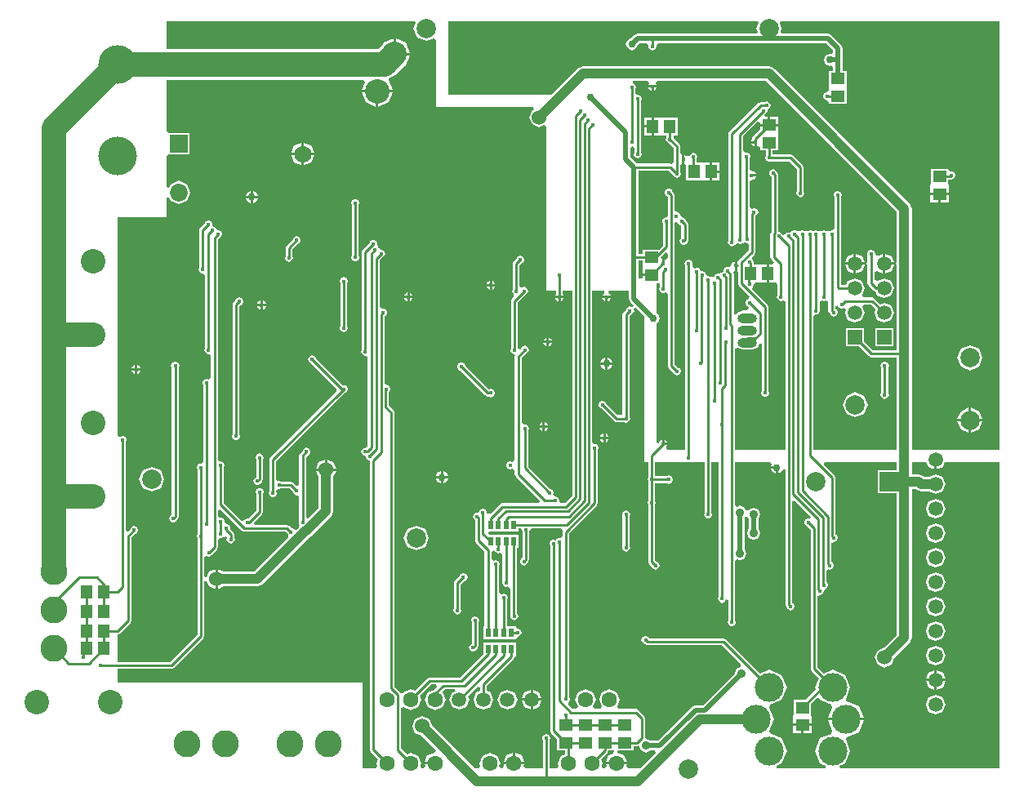
<source format=gbl>
%FSLAX25Y25*%
%MOIN*%
G70*
G01*
G75*
G04 Layer_Physical_Order=2*
G04 Layer_Color=16711680*
%ADD10R,0.09449X0.07087*%
%ADD11O,0.02756X0.09843*%
%ADD12R,0.03937X0.11417*%
%ADD13R,0.40945X0.31496*%
%ADD14R,0.05512X0.04724*%
%ADD15R,0.04724X0.05512*%
%ADD16R,0.21654X0.23228*%
%ADD17R,0.03543X0.07087*%
%ADD18R,0.04528X0.02362*%
%ADD19R,0.06693X0.06693*%
%ADD20R,0.09252X0.20276*%
%ADD21R,0.07992X0.08976*%
%ADD22R,0.09843X0.05512*%
%ADD23R,0.06693X0.06693*%
%ADD24R,0.19685X0.31496*%
%ADD25R,0.09449X0.03937*%
%ADD26R,0.09449X0.12992*%
%ADD27R,0.08465X0.11221*%
G04:AMPARAMS|DCode=28|XSize=11.81mil|YSize=59.06mil|CornerRadius=2.95mil|HoleSize=0mil|Usage=FLASHONLY|Rotation=90.000|XOffset=0mil|YOffset=0mil|HoleType=Round|Shape=RoundedRectangle|*
%AMROUNDEDRECTD28*
21,1,0.01181,0.05315,0,0,90.0*
21,1,0.00591,0.05906,0,0,90.0*
1,1,0.00591,0.02658,0.00295*
1,1,0.00591,0.02658,-0.00295*
1,1,0.00591,-0.02658,-0.00295*
1,1,0.00591,-0.02658,0.00295*
%
%ADD28ROUNDEDRECTD28*%
G04:AMPARAMS|DCode=29|XSize=11.81mil|YSize=59.06mil|CornerRadius=2.95mil|HoleSize=0mil|Usage=FLASHONLY|Rotation=180.000|XOffset=0mil|YOffset=0mil|HoleType=Round|Shape=RoundedRectangle|*
%AMROUNDEDRECTD29*
21,1,0.01181,0.05315,0,0,180.0*
21,1,0.00591,0.05906,0,0,180.0*
1,1,0.00591,-0.00295,0.02658*
1,1,0.00591,0.00295,0.02658*
1,1,0.00591,0.00295,-0.02658*
1,1,0.00591,-0.00295,-0.02658*
%
%ADD29ROUNDEDRECTD29*%
%ADD30R,0.07874X0.03150*%
%ADD31R,0.07874X0.02992*%
%ADD32O,0.06102X0.00984*%
%ADD33O,0.00984X0.06102*%
%ADD34O,0.08858X0.02362*%
%ADD35O,0.09843X0.02756*%
%ADD36R,0.07284X0.16339*%
%ADD37R,0.02362X0.04528*%
%ADD38R,0.20276X0.09252*%
G04:AMPARAMS|DCode=39|XSize=25.59mil|YSize=64.96mil|CornerRadius=1.92mil|HoleSize=0mil|Usage=FLASHONLY|Rotation=0.000|XOffset=0mil|YOffset=0mil|HoleType=Round|Shape=RoundedRectangle|*
%AMROUNDEDRECTD39*
21,1,0.02559,0.06112,0,0,0.0*
21,1,0.02175,0.06496,0,0,0.0*
1,1,0.00384,0.01088,-0.03056*
1,1,0.00384,-0.01088,-0.03056*
1,1,0.00384,-0.01088,0.03056*
1,1,0.00384,0.01088,0.03056*
%
%ADD39ROUNDEDRECTD39*%
%ADD40C,0.01000*%
%ADD41C,0.04000*%
%ADD42C,0.02000*%
%ADD43C,0.10000*%
%ADD44C,0.12000*%
%ADD45C,0.07874*%
%ADD46O,0.07874X0.03937*%
%ADD47O,0.07874X0.03937*%
%ADD48C,0.10000*%
%ADD49C,0.05906*%
%ADD50R,0.05906X0.05906*%
%ADD51C,0.06299*%
%ADD52C,0.11000*%
%ADD53C,0.15748*%
%ADD54R,0.07284X0.07284*%
%ADD55C,0.07284*%
%ADD56R,0.07874X0.07874*%
%ADD57C,0.11811*%
%ADD58C,0.01500*%
%ADD59C,0.01600*%
%ADD60C,0.03500*%
%ADD61C,0.06000*%
%ADD62C,0.03000*%
%ADD63C,0.07000*%
%ADD64R,0.02165X0.03543*%
G36*
X269444Y-108619D02*
X269444Y-109619D01*
X269441Y-109626D01*
X269441Y-109627D01*
X269244Y-110181D01*
X269244Y-110181D01*
X269244D01*
X269244Y-110536D01*
Y-113043D01*
X273000D01*
Y-114043D01*
X269244D01*
Y-115000D01*
X267748D01*
Y-107864D01*
X269444D01*
Y-108619D01*
D02*
G37*
G36*
X268648Y-307752D02*
X270600Y-308560D01*
X272552Y-307752D01*
X272553Y-307748D01*
X274259D01*
X274642Y-308672D01*
X268314Y-315000D01*
X263248D01*
X262692Y-314169D01*
X262969Y-313500D01*
X254401D01*
X254678Y-314169D01*
X254129Y-314989D01*
X253182D01*
X252634Y-314169D01*
X253117Y-313000D01*
X252448Y-311384D01*
X254995Y-308838D01*
X254995Y-308838D01*
X255116Y-308546D01*
X255407Y-307843D01*
X256331Y-307705D01*
X257436D01*
X257729Y-307822D01*
X257785Y-308009D01*
X257499Y-309000D01*
X255509Y-309824D01*
X254401Y-312500D01*
X262969D01*
X261861Y-309824D01*
X259161Y-308705D01*
X259360Y-307705D01*
X265556D01*
Y-305950D01*
X267057D01*
X267057Y-305950D01*
X267157Y-305911D01*
X267840Y-305800D01*
X268648Y-307752D01*
D02*
G37*
G36*
X263852Y-123400D02*
X264422Y-124778D01*
X265618Y-125973D01*
X265440Y-126239D01*
X265440Y-126239D01*
X265104Y-126742D01*
X265074Y-126786D01*
X265056Y-126814D01*
X265051Y-126821D01*
X265031Y-126812D01*
X264871Y-126746D01*
X264871D01*
X264200Y-126468D01*
X262975Y-126975D01*
X262651Y-127759D01*
X261605Y-128805D01*
X261193Y-129800D01*
Y-170793D01*
X259161D01*
X254527Y-166159D01*
X254203Y-165375D01*
X252978Y-164868D01*
X251753Y-165375D01*
X251246Y-166600D01*
X251753Y-167825D01*
X252537Y-168149D01*
X257583Y-173195D01*
X257583Y-173195D01*
X257874Y-173316D01*
X258578Y-173607D01*
X258578Y-173607D01*
X261816D01*
X262600Y-173932D01*
X263825Y-173425D01*
X264332Y-172200D01*
X264007Y-171416D01*
Y-130383D01*
X264641Y-129749D01*
X265425Y-129425D01*
X265932Y-128200D01*
X265654Y-127529D01*
Y-127529D01*
X265588Y-127370D01*
X265579Y-127349D01*
X265586Y-127344D01*
X265614Y-127326D01*
X265658Y-127296D01*
X266161Y-126960D01*
X266161Y-126960D01*
X266427Y-126782D01*
X270000Y-130355D01*
Y-190000D01*
X271593D01*
Y-196216D01*
X271268Y-197000D01*
X271593Y-197784D01*
Y-205816D01*
X271268Y-206600D01*
X271593Y-207384D01*
Y-230600D01*
X272005Y-231595D01*
X273051Y-232641D01*
X273375Y-233425D01*
X274600Y-233932D01*
X275825Y-233425D01*
X276332Y-232200D01*
X275825Y-230975D01*
X275041Y-230651D01*
X274407Y-230017D01*
Y-207384D01*
X274732Y-206600D01*
X274407Y-205816D01*
Y-198570D01*
X279216D01*
X280000Y-198894D01*
X281225Y-198387D01*
X281732Y-197162D01*
X281225Y-195938D01*
X280000Y-195431D01*
X279216Y-195755D01*
X274407D01*
Y-190000D01*
X294609D01*
Y-211192D01*
X294522Y-211400D01*
X295014Y-212586D01*
X296200Y-213078D01*
X297386Y-212586D01*
X297878Y-211400D01*
X297423Y-210302D01*
Y-190000D01*
X300393D01*
Y-245016D01*
X300068Y-245800D01*
X300575Y-247025D01*
X301800Y-247532D01*
X303025Y-247025D01*
X303393Y-246135D01*
X304393Y-246334D01*
Y-254747D01*
X304122Y-255400D01*
X304614Y-256586D01*
X305800Y-257078D01*
X306986Y-256586D01*
X307478Y-255400D01*
X307207Y-254747D01*
Y-230317D01*
X308039Y-229762D01*
X309000Y-230160D01*
X310952Y-229352D01*
X311760Y-227400D01*
X310952Y-225448D01*
X310948Y-225447D01*
Y-212553D01*
X310952Y-212552D01*
X311093Y-212210D01*
X312175D01*
X312648Y-213352D01*
X312811Y-213419D01*
Y-217047D01*
X312808Y-217048D01*
X312000Y-219000D01*
X312808Y-220952D01*
X314760Y-221760D01*
X316711Y-220952D01*
X317520Y-219000D01*
X316711Y-217048D01*
X316708Y-217047D01*
Y-212974D01*
X317360Y-211400D01*
X316552Y-209448D01*
X314600Y-208640D01*
X312648Y-209448D01*
X312507Y-209790D01*
X311424D01*
X310952Y-208648D01*
X309000Y-207840D01*
X308039Y-208238D01*
X307207Y-207682D01*
Y-190000D01*
X321323D01*
X321991Y-191000D01*
X321701Y-191700D01*
X324200D01*
Y-192200D01*
X324700D01*
Y-194699D01*
X326113Y-194113D01*
X326593Y-192956D01*
X327593Y-193155D01*
Y-248200D01*
X328005Y-249195D01*
X328343Y-249533D01*
X328614Y-250186D01*
X329800Y-250678D01*
X330986Y-250186D01*
X331478Y-249000D01*
X330986Y-247814D01*
X330407Y-247574D01*
Y-206005D01*
X331331Y-205622D01*
X337937Y-212228D01*
X337371Y-213076D01*
X337000Y-212922D01*
X335814Y-213414D01*
X335322Y-214600D01*
X335814Y-215786D01*
X336467Y-216057D01*
X337993Y-217583D01*
Y-274510D01*
X338405Y-275505D01*
X341230Y-278330D01*
X339687Y-282055D01*
X340017Y-282850D01*
X335772Y-287094D01*
X331044D01*
Y-292981D01*
Y-293064D01*
X330844Y-293981D01*
Y-293994D01*
X330844Y-294336D01*
Y-296843D01*
X338356D01*
Y-294336D01*
X338356Y-293994D01*
Y-293981D01*
X338156Y-293064D01*
Y-292981D01*
Y-288691D01*
X340546Y-286301D01*
X341527Y-286496D01*
X341813Y-287187D01*
X346360Y-289070D01*
X346806Y-290237D01*
X345040Y-294500D01*
X359574D01*
X357592Y-289715D01*
X352829Y-287742D01*
X352309Y-287358D01*
X352319Y-286644D01*
X352320Y-286602D01*
X354203Y-282055D01*
X352077Y-276923D01*
X346945Y-274797D01*
X343220Y-276340D01*
X340807Y-273927D01*
Y-244766D01*
X341639Y-244211D01*
X341800Y-244278D01*
X342986Y-243786D01*
X343478Y-242600D01*
X343949Y-241650D01*
X344586Y-241386D01*
X345078Y-240200D01*
X344586Y-239014D01*
X344407Y-238939D01*
Y-234383D01*
X345407Y-233715D01*
X345800Y-233878D01*
X346986Y-233386D01*
X347478Y-232200D01*
X346986Y-231014D01*
X346407Y-230774D01*
Y-223166D01*
X347239Y-222611D01*
X347400Y-222678D01*
X348586Y-222186D01*
X349078Y-221000D01*
X348586Y-219814D01*
X348207Y-219657D01*
Y-196400D01*
X347795Y-195405D01*
X343314Y-190924D01*
X343696Y-190000D01*
X373169D01*
Y-193263D01*
X365224D01*
Y-202737D01*
X373169D01*
Y-260545D01*
X367905Y-265809D01*
X365292Y-266892D01*
X364087Y-269800D01*
X365292Y-272708D01*
X368200Y-273913D01*
X371108Y-272708D01*
X372191Y-270095D01*
X378343Y-263943D01*
X379231Y-261800D01*
Y-201031D01*
X380745D01*
X380857Y-201143D01*
X383000Y-202031D01*
X386510D01*
X389000Y-203062D01*
X391872Y-201872D01*
X393062Y-199000D01*
X391872Y-196128D01*
X389000Y-194938D01*
X386510Y-195969D01*
X384255D01*
X384143Y-195857D01*
X382000Y-194969D01*
X379231D01*
Y-190000D01*
X385136D01*
X385975Y-192025D01*
X388500Y-193071D01*
Y-189000D01*
X389500D01*
Y-193071D01*
X392025Y-192025D01*
X392864Y-190000D01*
X415000D01*
Y-315000D01*
X349998D01*
X349803Y-314019D01*
X352077Y-313077D01*
X354203Y-307945D01*
X352320Y-303398D01*
X352319Y-303356D01*
X352309Y-302642D01*
X352829Y-302258D01*
X357592Y-300285D01*
X359574Y-295500D01*
X345040D01*
X346806Y-299763D01*
X346360Y-300930D01*
X341813Y-302813D01*
X339687Y-307945D01*
X341813Y-313077D01*
X344087Y-314019D01*
X343892Y-315000D01*
X324108D01*
X323913Y-314019D01*
X326187Y-313077D01*
X328313Y-307945D01*
X326187Y-302813D01*
X321424Y-300840D01*
X320978Y-299763D01*
X322951Y-295000D01*
X320978Y-290237D01*
X321424Y-289160D01*
X326187Y-287187D01*
X328313Y-282055D01*
X326187Y-276923D01*
X321055Y-274797D01*
X317330Y-276340D01*
X303395Y-262405D01*
X302400Y-261993D01*
X272080D01*
X271825Y-261375D01*
X270600Y-260868D01*
X269375Y-261375D01*
X268868Y-262600D01*
X269375Y-263825D01*
X270159Y-264149D01*
X270405Y-264395D01*
X271400Y-264807D01*
X301817D01*
X309526Y-272516D01*
X309260Y-273664D01*
X307848Y-274248D01*
X307040Y-276200D01*
X307041Y-276203D01*
X293993Y-289252D01*
X291026D01*
X289648Y-289822D01*
X275619Y-303852D01*
X272553D01*
X272552Y-303848D01*
X270600Y-303040D01*
X270407Y-302116D01*
Y-294600D01*
X269995Y-293605D01*
X267595Y-291205D01*
X266600Y-290793D01*
X259402D01*
X258961Y-289793D01*
X260118Y-287000D01*
X258865Y-283977D01*
X255842Y-282725D01*
X252820Y-283977D01*
X251568Y-287000D01*
X252724Y-289793D01*
X252283Y-290793D01*
X249559D01*
X249118Y-289793D01*
X250275Y-287000D01*
X249023Y-283977D01*
X246000Y-282725D01*
X242977Y-283977D01*
X241725Y-287000D01*
X242882Y-289793D01*
X242441Y-290793D01*
X240783D01*
X239005Y-289015D01*
X239200Y-288035D01*
X239225Y-288025D01*
X239732Y-286800D01*
X239407Y-286016D01*
Y-219128D01*
X250795Y-207741D01*
X251207Y-206746D01*
Y-184984D01*
X251532Y-184200D01*
X251025Y-182975D01*
X249800Y-182468D01*
X249639Y-182535D01*
X248807Y-181980D01*
Y-120000D01*
X253560D01*
X253759Y-121000D01*
X253222Y-121222D01*
X252859Y-122100D01*
X256341D01*
X255978Y-121222D01*
X255441Y-121000D01*
X255640Y-120000D01*
X263852D01*
Y-123400D01*
D02*
G37*
G36*
X279593Y-104904D02*
Y-106731D01*
X278593Y-107380D01*
X278300Y-107259D01*
Y-109000D01*
X277300D01*
Y-107111D01*
X276811Y-106379D01*
X278669Y-104521D01*
X279593Y-104904D01*
D02*
G37*
G36*
X373169Y-87855D02*
Y-108538D01*
X372613Y-108648D01*
Y-109352D01*
X373169Y-109462D01*
Y-144393D01*
X363383D01*
X359753Y-140763D01*
Y-135247D01*
X352247D01*
Y-142753D01*
X357763D01*
X361805Y-146795D01*
X362800Y-147207D01*
X373169D01*
Y-185000D01*
X339207D01*
Y-130366D01*
X340039Y-129811D01*
X340200Y-129878D01*
X341386Y-129386D01*
X341878Y-128200D01*
X341607Y-127547D01*
Y-124486D01*
X342607Y-123949D01*
X343400Y-124278D01*
X344193Y-123949D01*
X345193Y-124486D01*
Y-128200D01*
X345605Y-129195D01*
X345943Y-129533D01*
X346214Y-130186D01*
X347400Y-130678D01*
X348586Y-130186D01*
X349078Y-129000D01*
X348586Y-127814D01*
X348007Y-127574D01*
Y-126204D01*
X349007Y-126005D01*
X349414Y-126986D01*
X350600Y-127478D01*
X351670Y-127035D01*
X352545Y-127534D01*
X351938Y-129000D01*
X353128Y-131872D01*
X356000Y-133062D01*
X358872Y-131872D01*
X360062Y-129000D01*
X359071Y-126607D01*
X359658Y-125607D01*
X362617D01*
X364545Y-127535D01*
X363938Y-129000D01*
X365128Y-131872D01*
X368000Y-133062D01*
X370872Y-131872D01*
X372062Y-129000D01*
X370872Y-126128D01*
X368000Y-124938D01*
X366535Y-125545D01*
X364195Y-123205D01*
X363200Y-122793D01*
X359258D01*
X358905Y-121793D01*
X360062Y-119000D01*
X358872Y-116128D01*
X356000Y-114938D01*
X353128Y-116128D01*
X352521Y-117593D01*
X350407D01*
Y-81653D01*
X350678Y-81000D01*
X350186Y-79814D01*
X349000Y-79322D01*
X347814Y-79814D01*
X347322Y-81000D01*
X347593Y-81653D01*
Y-94834D01*
X346761Y-95389D01*
X346600Y-95322D01*
X345631Y-95723D01*
X345000Y-95778D01*
X344369Y-95723D01*
X343400Y-95322D01*
X342431Y-95723D01*
X341800Y-95778D01*
X341169Y-95723D01*
X340200Y-95322D01*
X339014Y-95814D01*
X338986Y-95814D01*
X337800Y-95322D01*
X336831Y-95723D01*
X336200Y-95778D01*
X335569Y-95723D01*
X334600Y-95322D01*
X333414Y-95814D01*
X332586Y-95814D01*
X331400Y-95322D01*
X330214Y-95814D01*
X330197Y-95853D01*
X329274Y-96236D01*
X329000Y-96122D01*
X327814Y-96614D01*
X327639Y-97035D01*
X326460Y-97270D01*
X326457Y-97267D01*
X326186Y-96614D01*
X325000Y-96122D01*
X324807Y-95993D01*
Y-72783D01*
X324807Y-72783D01*
X324395Y-71789D01*
X324026Y-71420D01*
X323813Y-70905D01*
X322627Y-70414D01*
X321441Y-70905D01*
X320949Y-72092D01*
X321441Y-73278D01*
X321993Y-73507D01*
Y-95918D01*
X321955Y-95956D01*
X321543Y-96951D01*
Y-106250D01*
X321955Y-107245D01*
X322954Y-108244D01*
X322540Y-109244D01*
X321043D01*
Y-113000D01*
Y-116756D01*
X323393D01*
X323905Y-116756D01*
X324393Y-117554D01*
Y-117554D01*
Y-121947D01*
X324122Y-122600D01*
X324614Y-123786D01*
X325800Y-124278D01*
X326593Y-123949D01*
X327593Y-124486D01*
Y-185000D01*
X307207D01*
Y-143720D01*
X308207Y-143358D01*
X310231Y-144197D01*
X314169D01*
X316287Y-143319D01*
X316993Y-141616D01*
X317993Y-141815D01*
Y-161147D01*
X317722Y-161800D01*
X318214Y-162986D01*
X319400Y-163478D01*
X320586Y-162986D01*
X321078Y-161800D01*
X320807Y-161147D01*
Y-126661D01*
X320395Y-125666D01*
X314126Y-119398D01*
X314289Y-118580D01*
X314796Y-117356D01*
X315331Y-116556D01*
X316181D01*
X316264D01*
X317181Y-116756D01*
X317194D01*
X317536Y-116756D01*
X320043D01*
Y-113000D01*
Y-109244D01*
X317536D01*
X317194Y-109244D01*
X317181D01*
X316264Y-109444D01*
X316181D01*
X314864D01*
Y-108657D01*
X314676Y-108204D01*
X314678Y-108200D01*
X314186Y-107014D01*
X314036Y-106255D01*
X315044Y-105246D01*
X315457Y-104251D01*
Y-89360D01*
X316065Y-89108D01*
X316556Y-87921D01*
X316065Y-86735D01*
X314879Y-86244D01*
X314171Y-86537D01*
X313171Y-85950D01*
Y-75411D01*
X313864Y-74948D01*
X315241Y-74378D01*
X315605Y-73500D01*
X313864D01*
Y-72500D01*
X315605D01*
X315241Y-71622D01*
X313864Y-71052D01*
X313171Y-70589D01*
Y-66017D01*
X313441Y-65364D01*
X312950Y-64178D01*
X311764Y-63686D01*
X311407Y-63834D01*
X310407Y-63166D01*
Y-56783D01*
X316320Y-50870D01*
X317244Y-51252D01*
Y-51957D01*
X320500D01*
Y-49095D01*
X319402D01*
X319019Y-48171D01*
X319133Y-48057D01*
X319786Y-47786D01*
X320278Y-46600D01*
X320278D01*
X320278D01*
X320736Y-45786D01*
X321164Y-45609D01*
X321655Y-44423D01*
X321164Y-43237D01*
X319977Y-42745D01*
X319324Y-43016D01*
X317577D01*
X316582Y-43428D01*
X316582Y-43428D01*
X304863Y-55147D01*
X304451Y-56142D01*
Y-99605D01*
X304181Y-100258D01*
X304672Y-101445D01*
X305858Y-101936D01*
X307045Y-101445D01*
X307138Y-101218D01*
X307814Y-100586D01*
X308309Y-100792D01*
X309000Y-101078D01*
X310186Y-100586D01*
X311340Y-100415D01*
X311886Y-100642D01*
X312643Y-101147D01*
Y-103668D01*
X308800Y-107511D01*
X308745Y-107643D01*
X307900Y-107993D01*
Y-109800D01*
Y-111914D01*
X308387Y-112239D01*
Y-117056D01*
X308800Y-118051D01*
X313093Y-122344D01*
X312719Y-123385D01*
X311775Y-123775D01*
X311268Y-125000D01*
X311775Y-126225D01*
X312362Y-126468D01*
X312642Y-126987D01*
X312071Y-127987D01*
X310231D01*
X307960Y-128928D01*
X307607Y-129779D01*
X306607Y-129580D01*
Y-113200D01*
X306258Y-112358D01*
X306553Y-111884D01*
X306900Y-111573D01*
Y-109800D01*
Y-108059D01*
X306022Y-108422D01*
X305472Y-109751D01*
X305452Y-109800D01*
D01*
X304658Y-110496D01*
X303971Y-110212D01*
X302785Y-110703D01*
X302294Y-111890D01*
X302293D01*
X302293D01*
X301613Y-112531D01*
X301414Y-112614D01*
X301397Y-112653D01*
X300473Y-113036D01*
X300200Y-112922D01*
X299014Y-113414D01*
X298665Y-114254D01*
X298275Y-114479D01*
X297202Y-114398D01*
X296016Y-113907D01*
X295947Y-113935D01*
X295478Y-113800D01*
X294986Y-112614D01*
X293800Y-112122D01*
X292850Y-111651D01*
X292586Y-111014D01*
X291400Y-110522D01*
X290549Y-110875D01*
X289549Y-110372D01*
Y-109595D01*
X289819Y-108942D01*
X289328Y-107755D01*
X288142Y-107264D01*
X286955Y-107755D01*
X286464Y-108942D01*
X286735Y-109595D01*
Y-185000D01*
X279323D01*
X279124Y-184000D01*
X279178Y-183978D01*
X279541Y-183100D01*
X277800D01*
Y-182600D01*
X277300D01*
Y-180859D01*
X276422Y-181222D01*
X276000Y-182242D01*
X275000Y-182043D01*
Y-133392D01*
X275560Y-133160D01*
X276290Y-131400D01*
X275560Y-129640D01*
X275000Y-129408D01*
Y-116905D01*
X276393D01*
Y-118747D01*
X276122Y-119400D01*
X276614Y-120586D01*
X277800Y-121078D01*
X278593Y-120749D01*
X279593Y-121286D01*
Y-150600D01*
X280005Y-151595D01*
X281943Y-153533D01*
X282214Y-154186D01*
X283400Y-154678D01*
X284586Y-154186D01*
X285078Y-153000D01*
X284586Y-151814D01*
X283933Y-151543D01*
X282407Y-150017D01*
Y-92428D01*
X282940Y-92114D01*
X283922Y-92611D01*
X284117Y-93083D01*
X284901Y-93408D01*
X285193Y-93699D01*
Y-98448D01*
X284949Y-98549D01*
X284441Y-99773D01*
X284949Y-100998D01*
X286173Y-101505D01*
X287398Y-100998D01*
X287905Y-99773D01*
X287868Y-99683D01*
X288007Y-99347D01*
Y-93116D01*
X287595Y-92122D01*
X286891Y-91418D01*
X286566Y-90634D01*
X285885Y-90351D01*
X285048Y-89758D01*
X284478Y-88381D01*
X283100Y-87810D01*
X282407Y-87347D01*
Y-81000D01*
X282407Y-81000D01*
X282116Y-80296D01*
X281995Y-80005D01*
X281995Y-80005D01*
X281504Y-79514D01*
X281234Y-78861D01*
X280047Y-78369D01*
X278861Y-78861D01*
X278369Y-80047D01*
X278861Y-81234D01*
X279514Y-81504D01*
X279593Y-81583D01*
Y-89751D01*
X278950Y-90181D01*
X277764Y-90672D01*
X277272Y-91858D01*
X277651Y-92773D01*
Y-101559D01*
X275916Y-103295D01*
X269444D01*
Y-105050D01*
X267748D01*
Y-70963D01*
X280173D01*
X281851Y-72641D01*
X282175Y-73425D01*
X283400Y-73932D01*
X284625Y-73425D01*
X285132Y-72200D01*
X284807Y-71416D01*
Y-68694D01*
X285543Y-68202D01*
Y-66357D01*
Y-64512D01*
X284807Y-64021D01*
Y-61113D01*
X284395Y-60118D01*
X284395Y-60118D01*
X282000Y-57724D01*
X281950Y-57603D01*
Y-56556D01*
X283705D01*
Y-49444D01*
X277819D01*
X277736D01*
X276819Y-49244D01*
X276806D01*
X276464Y-49244D01*
X273957D01*
Y-53000D01*
Y-56756D01*
X276464D01*
X276806Y-56756D01*
X276819D01*
X277736Y-56556D01*
X277819D01*
X279136D01*
Y-57603D01*
X278866Y-58257D01*
X279357Y-59443D01*
X280010Y-59714D01*
X281993Y-61696D01*
Y-67579D01*
X280993Y-68247D01*
X280756Y-68149D01*
X267148D01*
X264398Y-65399D01*
Y-61532D01*
X265220Y-61050D01*
X265993Y-61566D01*
Y-63547D01*
X265722Y-64200D01*
X266214Y-65386D01*
X267400Y-65878D01*
X268586Y-65386D01*
X269078Y-64200D01*
X268807Y-63547D01*
Y-42453D01*
X269078Y-41800D01*
X268586Y-40614D01*
X267400Y-40122D01*
X267239Y-40189D01*
X266407Y-39634D01*
Y-37653D01*
X266678Y-37000D01*
X266186Y-35814D01*
X265262Y-35431D01*
X265461Y-34431D01*
X271507D01*
Y-34431D01*
X271940Y-35431D01*
X271665Y-36094D01*
X275148D01*
X274873Y-35431D01*
X275305Y-34431D01*
Y-34431D01*
X319745D01*
X373169Y-87855D01*
D02*
G37*
G36*
X415000Y-185000D02*
X389150D01*
X389000Y-184938D01*
X388850Y-185000D01*
X379231D01*
Y-145800D01*
Y-86600D01*
X378343Y-84457D01*
X323143Y-29257D01*
X321000Y-28369D01*
X245000D01*
X242857Y-29257D01*
X232114Y-40000D01*
X190000D01*
Y-10000D01*
X316215D01*
X316771Y-10831D01*
X315873Y-13000D01*
X316378Y-14220D01*
X315823Y-15052D01*
X267400D01*
X266022Y-15622D01*
X264546Y-17098D01*
X263240Y-17640D01*
X262510Y-19400D01*
X263240Y-21160D01*
X265000Y-21890D01*
X266760Y-21160D01*
X267302Y-19854D01*
X268207Y-18948D01*
X271160D01*
X271779Y-19948D01*
X271674Y-20200D01*
X272182Y-21425D01*
X273406Y-21932D01*
X274631Y-21425D01*
X275138Y-20200D01*
X275034Y-19948D01*
X275652Y-18948D01*
X344193D01*
X347052Y-21807D01*
Y-22929D01*
X346220Y-23484D01*
X345800Y-23311D01*
X344040Y-24040D01*
X343310Y-25800D01*
X344040Y-27560D01*
X345800Y-28289D01*
X346220Y-28115D01*
X347052Y-28671D01*
Y-30294D01*
X345444D01*
Y-36381D01*
X345444Y-36619D01*
Y-37000D01*
Y-37381D01*
X345444Y-37619D01*
Y-38109D01*
X344657Y-38866D01*
X343470Y-39357D01*
X342979Y-40543D01*
X343470Y-41730D01*
X344657Y-42221D01*
X345444Y-42977D01*
Y-43705D01*
X352556D01*
Y-37619D01*
X352556Y-37381D01*
Y-37000D01*
Y-36619D01*
X352556Y-36381D01*
Y-30294D01*
X350948D01*
Y-25800D01*
Y-21000D01*
X350378Y-19622D01*
X346378Y-15622D01*
X345000Y-15052D01*
X326177D01*
X325622Y-14220D01*
X326127Y-13000D01*
X325229Y-10831D01*
X325785Y-10000D01*
X415000D01*
Y-185000D01*
D02*
G37*
G36*
X176771Y-10831D02*
X175873Y-13000D01*
X177374Y-16626D01*
X181000Y-18127D01*
X184000Y-16885D01*
X185000Y-17553D01*
Y-45000D01*
X224870D01*
X225069Y-46000D01*
X224240Y-46344D01*
X223035Y-49252D01*
X224240Y-52160D01*
X227148Y-53365D01*
X229169Y-52528D01*
X230000Y-53084D01*
Y-120000D01*
X233993D01*
Y-121293D01*
X233659Y-122100D01*
X237141D01*
X236807Y-121293D01*
Y-120000D01*
X240593D01*
Y-203780D01*
X237580Y-206793D01*
X236020D01*
X235465Y-205961D01*
X235532Y-205800D01*
X235025Y-204575D01*
X233800Y-204068D01*
X233566Y-204165D01*
X232806Y-203405D01*
X232803Y-203393D01*
X233132Y-202600D01*
X232625Y-201375D01*
X231841Y-201051D01*
X222664Y-191874D01*
Y-176984D01*
X222989Y-176200D01*
X222481Y-174975D01*
X221257Y-174468D01*
X221007Y-174572D01*
X220007Y-173903D01*
Y-147440D01*
X221697Y-145749D01*
X222481Y-145425D01*
X222989Y-144200D01*
X222481Y-142975D01*
X221257Y-142468D01*
X220032Y-142975D01*
X219707Y-143759D01*
X219602Y-143865D01*
X218436Y-143616D01*
X218407Y-143547D01*
Y-124783D01*
X221533Y-121657D01*
X222186Y-121386D01*
X222678Y-120200D01*
X222186Y-119014D01*
X221000Y-118522D01*
X220207Y-118851D01*
X219207Y-118314D01*
Y-109583D01*
X219933Y-108857D01*
X220586Y-108586D01*
X221078Y-107400D01*
X220586Y-106214D01*
X219400Y-105722D01*
X218214Y-106214D01*
X217943Y-106867D01*
X216805Y-108005D01*
X216393Y-109000D01*
Y-119547D01*
X216122Y-120200D01*
X216614Y-121386D01*
X216638Y-121396D01*
X216833Y-122377D01*
X216005Y-123205D01*
X215593Y-124200D01*
Y-143547D01*
X215322Y-144200D01*
X215814Y-145386D01*
X217000Y-145878D01*
X217216Y-146802D01*
X217193Y-146857D01*
Y-189437D01*
X216193Y-189997D01*
X215400Y-189668D01*
X214175Y-190175D01*
X213668Y-191400D01*
X214175Y-192625D01*
X215400Y-193132D01*
X216193Y-192803D01*
X217193Y-193363D01*
Y-194970D01*
X217605Y-195965D01*
X227509Y-205869D01*
X227127Y-206793D01*
X212200D01*
X212200Y-206793D01*
X211205Y-207205D01*
X207262Y-211148D01*
X206049Y-210947D01*
X205878Y-210600D01*
X205386Y-209414D01*
X204200Y-208922D01*
X203014Y-209414D01*
X202522Y-210600D01*
X201996Y-210603D01*
X201800Y-210522D01*
X200614Y-211014D01*
X200122Y-212200D01*
X200614Y-213386D01*
X200993Y-213543D01*
Y-222164D01*
X201405Y-223159D01*
X204869Y-226622D01*
Y-257082D01*
X204393D01*
Y-262225D01*
X217607D01*
Y-262107D01*
X218347Y-261331D01*
X219533Y-260840D01*
X220024Y-259653D01*
X219533Y-258467D01*
X218347Y-257976D01*
X217607Y-257200D01*
Y-257082D01*
X213982D01*
Y-246028D01*
X214252Y-245375D01*
X213761Y-244188D01*
X212575Y-243697D01*
X211832Y-244005D01*
X210832Y-243438D01*
Y-232428D01*
X211103Y-231775D01*
X210612Y-230589D01*
X209425Y-230097D01*
X208683Y-230405D01*
X207683Y-229838D01*
Y-226541D01*
X208581Y-225831D01*
X208607Y-225826D01*
X208856Y-225887D01*
X209239Y-226812D01*
X210425Y-227303D01*
X211168Y-226995D01*
X212168Y-227562D01*
Y-239175D01*
X212192Y-239233D01*
X212122Y-239400D01*
X212614Y-240586D01*
X213800Y-241078D01*
X214317Y-240863D01*
X215317Y-241532D01*
Y-252724D01*
X215377Y-252868D01*
X215322Y-253000D01*
X215814Y-254186D01*
X217000Y-254678D01*
X218186Y-254186D01*
X218678Y-253000D01*
X218186Y-251814D01*
X218131Y-251791D01*
Y-224918D01*
X218607D01*
Y-219775D01*
X206901D01*
X206424Y-219169D01*
X206841Y-218225D01*
X218607D01*
Y-217061D01*
X219628D01*
X220122Y-217800D01*
X220393Y-218453D01*
Y-229174D01*
X219814Y-229414D01*
X219322Y-230600D01*
X219814Y-231786D01*
X221000Y-232278D01*
X222186Y-231786D01*
X222457Y-231133D01*
X222795Y-230795D01*
X223207Y-229800D01*
Y-218453D01*
X223478Y-217800D01*
X223972Y-217061D01*
X236188D01*
X236794Y-218061D01*
X236593Y-218546D01*
Y-220462D01*
X235761Y-221018D01*
X235400Y-220868D01*
X234175Y-221375D01*
X233900Y-222041D01*
X233000Y-221668D01*
X231775Y-222175D01*
X231268Y-223400D01*
X231593Y-224184D01*
Y-299543D01*
X232005Y-300538D01*
X234444Y-302977D01*
Y-307705D01*
X237593D01*
Y-309308D01*
X235977Y-309977D01*
X234725Y-313000D01*
X235209Y-314169D01*
X234653Y-315000D01*
X231407D01*
Y-303584D01*
X231732Y-302800D01*
X231225Y-301575D01*
X230000Y-301068D01*
X228775Y-301575D01*
X228268Y-302800D01*
X228593Y-303584D01*
Y-315000D01*
X221406D01*
X220850Y-314169D01*
X221127Y-313500D01*
X212558D01*
X212835Y-314169D01*
X212286Y-314989D01*
X211340D01*
X210791Y-314169D01*
X211275Y-313000D01*
X210023Y-309977D01*
X207000Y-308725D01*
X203977Y-309977D01*
X202725Y-313000D01*
X203209Y-314169D01*
X202653Y-315000D01*
X200886D01*
X183391Y-297505D01*
X182308Y-294892D01*
X179400Y-293687D01*
X176492Y-294892D01*
X175287Y-297800D01*
X176492Y-300708D01*
X179105Y-301791D01*
X184899Y-307585D01*
X184489Y-308590D01*
X181509Y-309824D01*
X180401Y-312500D01*
X184685D01*
Y-313500D01*
X180401D01*
X180678Y-314169D01*
X180129Y-314989D01*
X179182D01*
X178633Y-314169D01*
X179118Y-313000D01*
X177865Y-309977D01*
X174843Y-308725D01*
X173227Y-309394D01*
X170857Y-307024D01*
Y-290214D01*
X171820Y-290023D01*
X174843Y-291275D01*
X177865Y-290023D01*
X179118Y-287000D01*
X178448Y-285384D01*
X183025Y-280807D01*
X185096D01*
X185479Y-281731D01*
X184344Y-282866D01*
X181662Y-283977D01*
X180410Y-287000D01*
X181662Y-290023D01*
X184685Y-291275D01*
X187708Y-290023D01*
X188960Y-287000D01*
X187708Y-283977D01*
X187626Y-283564D01*
X188583Y-282607D01*
X192713D01*
X192912Y-283607D01*
X191655Y-284128D01*
X190466Y-287000D01*
X191655Y-289872D01*
X194528Y-291062D01*
X197400Y-289872D01*
X198590Y-287000D01*
X197983Y-285535D01*
X201963Y-281555D01*
X202963Y-281969D01*
Y-283521D01*
X201498Y-284128D01*
X200308Y-287000D01*
X201498Y-289872D01*
X204370Y-291062D01*
X207242Y-289872D01*
X208432Y-287000D01*
X207242Y-284128D01*
X205777Y-283521D01*
Y-281413D01*
X216719Y-270471D01*
X217045Y-269685D01*
X217607Y-268918D01*
X217607Y-268918D01*
Y-268918D01*
X217607Y-267947D01*
Y-263775D01*
X204393D01*
Y-268417D01*
X194817Y-277993D01*
X182442D01*
X181448Y-278405D01*
X181448Y-278405D01*
X176458Y-283394D01*
X174843Y-282725D01*
X171820Y-283977D01*
X171635Y-284423D01*
X170629Y-284452D01*
X170553Y-284423D01*
X170445Y-284162D01*
X170445Y-284162D01*
X168007Y-281725D01*
Y-169800D01*
X167595Y-168805D01*
X165807Y-167017D01*
Y-161473D01*
X165925Y-161425D01*
X166432Y-160200D01*
X165925Y-158975D01*
X164700Y-158468D01*
X164007Y-158005D01*
Y-130480D01*
X164625Y-130225D01*
X165132Y-129000D01*
X164625Y-127775D01*
X163400Y-127268D01*
X163007Y-127431D01*
X162007Y-126763D01*
Y-107583D01*
X163133Y-106457D01*
X163786Y-106186D01*
X164278Y-105000D01*
X163786Y-103814D01*
X162600Y-103322D01*
X161650Y-102851D01*
X161386Y-102214D01*
X161347Y-102197D01*
X160964Y-101274D01*
X161078Y-101000D01*
X160586Y-99814D01*
X159400Y-99322D01*
X158214Y-99814D01*
X157943Y-100467D01*
X155205Y-103205D01*
X154793Y-104200D01*
Y-144347D01*
X154522Y-145000D01*
X155014Y-146186D01*
X156200Y-146678D01*
X156361Y-146611D01*
X157193Y-147166D01*
Y-183517D01*
X156474Y-184236D01*
X156200Y-184122D01*
X155014Y-184614D01*
X154522Y-185800D01*
X155014Y-186986D01*
X156200Y-187478D01*
X156299Y-187783D01*
X156271Y-187850D01*
X156763Y-189036D01*
X157949Y-189528D01*
X157993Y-189557D01*
Y-307400D01*
X158405Y-308395D01*
X161394Y-311384D01*
X160725Y-313000D01*
X161209Y-314169D01*
X160653Y-315000D01*
X155000D01*
Y-280000D01*
X55000D01*
Y-274407D01*
X77000D01*
X77995Y-273995D01*
X89995Y-261995D01*
X90407Y-261000D01*
Y-238812D01*
X91407Y-238613D01*
X92339Y-240862D01*
X94900Y-241922D01*
Y-237800D01*
Y-233678D01*
X92339Y-234738D01*
X91407Y-236987D01*
X90407Y-236788D01*
Y-228853D01*
X91407Y-228335D01*
X92233Y-228678D01*
X93419Y-228186D01*
X93690Y-227533D01*
X95595Y-225628D01*
X96007Y-224633D01*
Y-221620D01*
X96839Y-221065D01*
X97000Y-221132D01*
X98225Y-220625D01*
X99323Y-220435D01*
X99576Y-220614D01*
X99753Y-220954D01*
X99497Y-221571D01*
X100004Y-222796D01*
X101229Y-223303D01*
X102454Y-222796D01*
X102961Y-221571D01*
X102636Y-220787D01*
Y-219629D01*
X102224Y-218634D01*
X100973Y-217383D01*
X101132Y-217000D01*
X100625Y-215775D01*
X99447Y-215287D01*
X99388Y-215254D01*
X98701Y-214475D01*
X98732Y-214400D01*
X98225Y-213175D01*
X97000Y-212668D01*
X96839Y-212735D01*
X96007Y-212179D01*
Y-209704D01*
X96931Y-209321D01*
X105605Y-217995D01*
X106600Y-218407D01*
X123617D01*
X124251Y-219041D01*
X124575Y-219825D01*
X124673Y-219865D01*
X124868Y-220846D01*
X110945Y-234769D01*
X98474D01*
X98462Y-234738D01*
X95900Y-233678D01*
Y-237800D01*
Y-241922D01*
X98462Y-240862D01*
X98474Y-240831D01*
X112200D01*
X114343Y-239943D01*
X133837Y-220449D01*
X134213Y-220293D01*
X142256Y-212250D01*
X143144Y-210107D01*
Y-196161D01*
X143175Y-196148D01*
X144236Y-193587D01*
X135991D01*
X137052Y-196148D01*
X137083Y-196161D01*
Y-208852D01*
X132931Y-213003D01*
X132007Y-212621D01*
Y-187983D01*
X132733Y-187257D01*
X133386Y-186986D01*
X133878Y-185800D01*
X133386Y-184614D01*
X132200Y-184122D01*
X131014Y-184614D01*
X130743Y-185267D01*
X129605Y-186405D01*
X129193Y-187400D01*
Y-199389D01*
X128193Y-199803D01*
X126795Y-198405D01*
X125800Y-197993D01*
X121784D01*
X121000Y-197668D01*
X120695Y-197794D01*
X119864Y-197239D01*
Y-189726D01*
X147841Y-161749D01*
X148625Y-161425D01*
X149132Y-160200D01*
X148625Y-158975D01*
X147400Y-158468D01*
X147017Y-158627D01*
X136071Y-147681D01*
X135747Y-146897D01*
X134522Y-146390D01*
X133298Y-146897D01*
X132790Y-148122D01*
X133298Y-149347D01*
X134081Y-149671D01*
X144510Y-160100D01*
Y-161100D01*
X117462Y-188148D01*
X117050Y-189143D01*
Y-201959D01*
X116725Y-202743D01*
X117232Y-203968D01*
X118457Y-204475D01*
X119681Y-203968D01*
X120188Y-202743D01*
X119864Y-201959D01*
Y-201561D01*
X120695Y-201006D01*
X121000Y-201132D01*
X121784Y-200807D01*
X125217D01*
X126651Y-202241D01*
X126975Y-203025D01*
X128200Y-203532D01*
X128361Y-203465D01*
X129193Y-204021D01*
Y-213947D01*
X128922Y-214600D01*
X129182Y-215226D01*
X129414Y-215786D01*
X129017Y-216697D01*
X128046Y-217668D01*
X127065Y-217473D01*
X127025Y-217375D01*
X126241Y-217051D01*
X125195Y-216005D01*
X124200Y-215593D01*
X111104D01*
X110721Y-214669D01*
X113995Y-211395D01*
X113995Y-211395D01*
X114116Y-211104D01*
X114407Y-210400D01*
X114407Y-210400D01*
Y-203095D01*
X114732Y-202311D01*
X114225Y-201086D01*
X113000Y-200579D01*
X111775Y-201086D01*
X111268Y-202311D01*
X111593Y-203095D01*
Y-209817D01*
X108442Y-212968D01*
X108200Y-212868D01*
X106975Y-213375D01*
X106801Y-213797D01*
X105621Y-214031D01*
X98407Y-206817D01*
Y-192241D01*
X98732Y-191457D01*
X98225Y-190232D01*
X97000Y-189725D01*
X96839Y-189792D01*
X96007Y-189236D01*
Y-99183D01*
X96733Y-98457D01*
X97386Y-98186D01*
X97878Y-97000D01*
X97386Y-95814D01*
X96200Y-95322D01*
X95250Y-94851D01*
X94986Y-94214D01*
X93800Y-93722D01*
X93643Y-93566D01*
X93878Y-93000D01*
X93386Y-91814D01*
X92200Y-91322D01*
X91014Y-91814D01*
X90743Y-92467D01*
X88805Y-94405D01*
X88393Y-95400D01*
Y-110747D01*
X88122Y-111400D01*
X88614Y-112586D01*
X89800Y-113078D01*
X89961Y-113011D01*
X90793Y-113566D01*
Y-143547D01*
X90522Y-144200D01*
X91014Y-145386D01*
X92200Y-145878D01*
X92361Y-145811D01*
X93193Y-146366D01*
Y-155837D01*
X92193Y-156397D01*
X91400Y-156068D01*
X90175Y-156575D01*
X89668Y-157800D01*
X89993Y-158584D01*
Y-189980D01*
X89161Y-190535D01*
X89000Y-190468D01*
X87775Y-190975D01*
X87268Y-192200D01*
X87593Y-192984D01*
Y-219416D01*
X87268Y-220200D01*
X87593Y-220984D01*
Y-260417D01*
X76417Y-271593D01*
X55000D01*
Y-260407D01*
X55000D01*
X55995Y-259995D01*
X60395Y-255595D01*
X60395Y-255595D01*
X60516Y-255304D01*
X60807Y-254600D01*
X60807Y-254600D01*
Y-220783D01*
X62241Y-219349D01*
X63025Y-219025D01*
X63532Y-217800D01*
X63025Y-216575D01*
X61800Y-216068D01*
X60575Y-216575D01*
X60251Y-217359D01*
X59331Y-218279D01*
X58407Y-217896D01*
Y-181784D01*
X58732Y-181000D01*
X58225Y-179775D01*
X57000Y-179268D01*
X56000Y-179682D01*
X55000Y-179244D01*
Y-90000D01*
X75000D01*
Y-82149D01*
X76000Y-81950D01*
X76600Y-83399D01*
X80000Y-84808D01*
X83399Y-83399D01*
X84808Y-80000D01*
X83399Y-76600D01*
X80000Y-75192D01*
X76600Y-76600D01*
X76000Y-78050D01*
X75000Y-77851D01*
Y-65210D01*
X75558Y-64442D01*
X76000Y-64442D01*
X84442D01*
Y-55558D01*
X76000D01*
X75558Y-55558D01*
X75000Y-54790D01*
X75000Y-54790D01*
Y-33876D01*
X155380D01*
X156048Y-34876D01*
X154713Y-38100D01*
X167287D01*
X165592Y-34008D01*
X165592Y-33217D01*
X168441Y-32037D01*
X172270Y-28209D01*
X172792Y-27992D01*
X174487Y-23900D01*
X168200D01*
Y-23400D01*
X167700D01*
Y-17113D01*
X163608Y-18808D01*
X163391Y-19330D01*
X161401Y-21321D01*
X75000D01*
Y-10000D01*
X176215D01*
X176771Y-10831D01*
D02*
G37*
%LPC*%
G36*
X402500Y-173500D02*
X397863D01*
X399221Y-176779D01*
X402500Y-178137D01*
Y-173500D01*
D02*
G37*
G36*
X253300Y-180700D02*
X252059D01*
X252422Y-181578D01*
X253300Y-181941D01*
Y-180700D01*
D02*
G37*
G36*
X255541D02*
X254300D01*
Y-181941D01*
X255178Y-181578D01*
X255541Y-180700D01*
D02*
G37*
G36*
X254300Y-178459D02*
Y-179700D01*
X255541D01*
X255178Y-178822D01*
X254300Y-178459D01*
D02*
G37*
G36*
X253300D02*
X252422Y-178822D01*
X252059Y-179700D01*
X253300D01*
Y-178459D01*
D02*
G37*
G36*
X104743Y-122725D02*
X103519Y-123232D01*
X103194Y-124016D01*
X102405Y-124805D01*
X101993Y-125800D01*
Y-178616D01*
X101668Y-179400D01*
X102175Y-180625D01*
X103400Y-181132D01*
X104625Y-180625D01*
X105132Y-179400D01*
X104807Y-178616D01*
Y-126383D01*
X105184Y-126006D01*
X105968Y-125681D01*
X106475Y-124457D01*
X105968Y-123232D01*
X104743Y-122725D01*
D02*
G37*
G36*
X323700Y-192700D02*
X321701D01*
X322287Y-194113D01*
X323700Y-194699D01*
Y-192700D01*
D02*
G37*
G36*
X187900Y-193701D02*
Y-195700D01*
X189899D01*
X189313Y-194287D01*
X187900Y-193701D01*
D02*
G37*
G36*
X186900D02*
X185487Y-194287D01*
X184901Y-195700D01*
X186900D01*
Y-193701D01*
D02*
G37*
G36*
X278300Y-180859D02*
Y-182100D01*
X279541D01*
X279178Y-181222D01*
X278300Y-180859D01*
D02*
G37*
G36*
X140613Y-188964D02*
Y-192587D01*
X144236D01*
X143175Y-190025D01*
X140613Y-188964D01*
D02*
G37*
G36*
X139613D02*
X137052Y-190025D01*
X135991Y-192587D01*
X139613D01*
Y-188964D01*
D02*
G37*
G36*
X62100Y-152700D02*
X60859D01*
X61222Y-153578D01*
X62100Y-153941D01*
Y-152700D01*
D02*
G37*
G36*
X195400Y-149290D02*
X194175Y-149797D01*
X193668Y-151022D01*
X194175Y-152247D01*
X194959Y-152571D01*
X205183Y-162795D01*
X206178Y-163207D01*
X206178Y-163207D01*
X206616D01*
X207400Y-163532D01*
X208625Y-163025D01*
X209132Y-161800D01*
X208625Y-160575D01*
X207400Y-160068D01*
X206718Y-160351D01*
X196949Y-150581D01*
X196625Y-149797D01*
X195400Y-149290D01*
D02*
G37*
G36*
X368200Y-148868D02*
X366975Y-149375D01*
X366468Y-150600D01*
X366793Y-151384D01*
Y-161816D01*
X366468Y-162600D01*
X366975Y-163825D01*
X368200Y-164332D01*
X369425Y-163825D01*
X369932Y-162600D01*
X369607Y-161816D01*
Y-151384D01*
X369932Y-150600D01*
X369425Y-149375D01*
X368200Y-148868D01*
D02*
G37*
G36*
X64341Y-152700D02*
X63100D01*
Y-153941D01*
X63978Y-153578D01*
X64341Y-152700D01*
D02*
G37*
G36*
X257099Y-150300D02*
X255100D01*
Y-152299D01*
X256513Y-151713D01*
X257099Y-150300D01*
D02*
G37*
G36*
X254100D02*
X252101D01*
X252687Y-151713D01*
X254100Y-152299D01*
Y-150300D01*
D02*
G37*
G36*
X403000Y-142282D02*
X399374Y-143784D01*
X397873Y-147409D01*
X399374Y-151035D01*
X403000Y-152537D01*
X406626Y-151035D01*
X408127Y-147409D01*
X406626Y-143784D01*
X403000Y-142282D01*
D02*
G37*
G36*
X356200Y-161473D02*
X352574Y-162975D01*
X351073Y-166600D01*
X352574Y-170226D01*
X356200Y-171727D01*
X359826Y-170226D01*
X361327Y-166600D01*
X359826Y-162975D01*
X356200Y-161473D01*
D02*
G37*
G36*
X230741Y-176043D02*
X229500D01*
Y-177285D01*
X230378Y-176921D01*
X230741Y-176043D01*
D02*
G37*
G36*
X228500D02*
X227259D01*
X227622Y-176921D01*
X228500Y-177285D01*
Y-176043D01*
D02*
G37*
G36*
X408137Y-173500D02*
X403500D01*
Y-178137D01*
X406779Y-176779D01*
X408137Y-173500D01*
D02*
G37*
G36*
X228500Y-173802D02*
X227622Y-174166D01*
X227259Y-175043D01*
X228500D01*
Y-173802D01*
D02*
G37*
G36*
X403500Y-167863D02*
Y-172500D01*
X408137D01*
X406779Y-169221D01*
X403500Y-167863D01*
D02*
G37*
G36*
X402500D02*
X399221Y-169221D01*
X397863Y-172500D01*
X402500D01*
Y-167863D01*
D02*
G37*
G36*
X229500Y-173802D02*
Y-175043D01*
X230741D01*
X230378Y-174166D01*
X229500Y-173802D01*
D02*
G37*
G36*
X189899Y-196700D02*
X187900D01*
Y-198699D01*
X189313Y-198113D01*
X189899Y-196700D01*
D02*
G37*
G36*
X224555Y-282929D02*
Y-286500D01*
X228126D01*
X227080Y-283975D01*
X224555Y-282929D01*
D02*
G37*
G36*
X223555D02*
X221030Y-283975D01*
X219984Y-286500D01*
X223555D01*
Y-282929D01*
D02*
G37*
G36*
X214213Y-282938D02*
X211340Y-284128D01*
X210151Y-287000D01*
X211340Y-289872D01*
X214213Y-291062D01*
X217085Y-289872D01*
X218274Y-287000D01*
X217085Y-284128D01*
X214213Y-282938D01*
D02*
G37*
G36*
X388500Y-279500D02*
X384929D01*
X385975Y-282025D01*
X388500Y-283071D01*
Y-279500D01*
D02*
G37*
G36*
X389500Y-274929D02*
Y-278500D01*
X393071D01*
X392025Y-275975D01*
X389500Y-274929D01*
D02*
G37*
G36*
X388500D02*
X385975Y-275975D01*
X384929Y-278500D01*
X388500D01*
Y-274929D01*
D02*
G37*
G36*
X393071Y-279500D02*
X389500D01*
Y-283071D01*
X392025Y-282025D01*
X393071Y-279500D01*
D02*
G37*
G36*
X334100Y-297843D02*
X330844D01*
Y-300706D01*
X334100D01*
Y-297843D01*
D02*
G37*
G36*
X217342Y-308716D02*
Y-312500D01*
X221127D01*
X220019Y-309824D01*
X217342Y-308716D01*
D02*
G37*
G36*
X216342D02*
X213667Y-309824D01*
X212558Y-312500D01*
X216342D01*
Y-308716D01*
D02*
G37*
G36*
X338356Y-297843D02*
X335100D01*
Y-300706D01*
X338356D01*
Y-297843D01*
D02*
G37*
G36*
X228126Y-287500D02*
X224555D01*
Y-291071D01*
X227080Y-290025D01*
X228126Y-287500D01*
D02*
G37*
G36*
X223555D02*
X219984D01*
X221030Y-290025D01*
X223555Y-291071D01*
Y-287500D01*
D02*
G37*
G36*
X389000Y-284938D02*
X386128Y-286128D01*
X384938Y-289000D01*
X386128Y-291872D01*
X389000Y-293062D01*
X391872Y-291872D01*
X393062Y-289000D01*
X391872Y-286128D01*
X389000Y-284938D01*
D02*
G37*
G36*
Y-264938D02*
X386128Y-266128D01*
X384938Y-269000D01*
X386128Y-271872D01*
X389000Y-273062D01*
X391872Y-271872D01*
X393062Y-269000D01*
X391872Y-266128D01*
X389000Y-264938D01*
D02*
G37*
G36*
X78600Y-148868D02*
X77375Y-149375D01*
X76868Y-150600D01*
X77193Y-151384D01*
Y-211520D01*
X76575Y-211775D01*
X76068Y-213000D01*
X76575Y-214225D01*
X77800Y-214732D01*
X79025Y-214225D01*
X79349Y-213441D01*
X79595Y-213195D01*
X80007Y-212200D01*
Y-151384D01*
X80332Y-150600D01*
X79825Y-149375D01*
X78600Y-148868D01*
D02*
G37*
G36*
X389000Y-214938D02*
X386128Y-216128D01*
X384938Y-219000D01*
X386128Y-221872D01*
X389000Y-223062D01*
X391872Y-221872D01*
X393062Y-219000D01*
X391872Y-216128D01*
X389000Y-214938D01*
D02*
G37*
G36*
X177000Y-215873D02*
X173374Y-217374D01*
X171873Y-221000D01*
X173374Y-224626D01*
X177000Y-226127D01*
X180625Y-224626D01*
X182127Y-221000D01*
X180625Y-217374D01*
X177000Y-215873D01*
D02*
G37*
G36*
X389000Y-204938D02*
X386128Y-206128D01*
X384938Y-209000D01*
X386128Y-211872D01*
X389000Y-213062D01*
X391872Y-211872D01*
X393062Y-209000D01*
X391872Y-206128D01*
X389000Y-204938D01*
D02*
G37*
G36*
X186900Y-196700D02*
X184901D01*
X185487Y-198113D01*
X186900Y-198699D01*
Y-196700D01*
D02*
G37*
G36*
X113000Y-186522D02*
X111814Y-187014D01*
X111322Y-188200D01*
X111593Y-188853D01*
Y-196374D01*
X111014Y-196614D01*
X110522Y-197800D01*
X111014Y-198986D01*
X112200Y-199478D01*
X113386Y-198986D01*
X113657Y-198333D01*
X113995Y-197995D01*
X114407Y-197000D01*
Y-188853D01*
X114678Y-188200D01*
X114186Y-187014D01*
X113000Y-186522D01*
D02*
G37*
G36*
X69000Y-191873D02*
X65374Y-193375D01*
X63873Y-197000D01*
X65374Y-200625D01*
X69000Y-202127D01*
X72625Y-200625D01*
X74127Y-197000D01*
X72625Y-193375D01*
X69000Y-191873D01*
D02*
G37*
G36*
X389000Y-244938D02*
X386128Y-246128D01*
X384938Y-249000D01*
X386128Y-251872D01*
X389000Y-253062D01*
X391872Y-251872D01*
X393062Y-249000D01*
X391872Y-246128D01*
X389000Y-244938D01*
D02*
G37*
G36*
Y-254938D02*
X386128Y-256128D01*
X384938Y-259000D01*
X386128Y-261872D01*
X389000Y-263062D01*
X391872Y-261872D01*
X393062Y-259000D01*
X391872Y-256128D01*
X389000Y-254938D01*
D02*
G37*
G36*
X201000Y-252922D02*
X199814Y-253414D01*
X199322Y-254600D01*
X199593Y-255253D01*
Y-264374D01*
X199014Y-264614D01*
X198522Y-265800D01*
X199014Y-266986D01*
X200200Y-267478D01*
X201386Y-266986D01*
X201657Y-266333D01*
X201995Y-265995D01*
X202407Y-265000D01*
Y-255253D01*
X202678Y-254600D01*
X202186Y-253414D01*
X201000Y-252922D01*
D02*
G37*
G36*
X196200Y-235268D02*
X194975Y-235775D01*
X194651Y-236559D01*
X192805Y-238405D01*
X192393Y-239400D01*
Y-249816D01*
X192068Y-250600D01*
X192575Y-251825D01*
X193800Y-252332D01*
X195025Y-251825D01*
X195532Y-250600D01*
X195207Y-249816D01*
Y-239983D01*
X196641Y-238549D01*
X197425Y-238225D01*
X197932Y-237000D01*
X197425Y-235775D01*
X196200Y-235268D01*
D02*
G37*
G36*
X262600Y-209722D02*
X261414Y-210214D01*
X260922Y-211400D01*
X261193Y-212053D01*
Y-224347D01*
X260922Y-225000D01*
X261414Y-226186D01*
X262600Y-226678D01*
X263786Y-226186D01*
X264278Y-225000D01*
X264007Y-224347D01*
Y-212053D01*
X264278Y-211400D01*
X263786Y-210214D01*
X262600Y-209722D01*
D02*
G37*
G36*
X389000Y-224938D02*
X386128Y-226128D01*
X384938Y-229000D01*
X386128Y-231872D01*
X389000Y-233062D01*
X391872Y-231872D01*
X393062Y-229000D01*
X391872Y-226128D01*
X389000Y-224938D01*
D02*
G37*
G36*
Y-234938D02*
X386128Y-236128D01*
X384938Y-239000D01*
X386128Y-241872D01*
X389000Y-243062D01*
X391872Y-241872D01*
X393062Y-239000D01*
X391872Y-236128D01*
X389000Y-234938D01*
D02*
G37*
G36*
X62100Y-150459D02*
X61222Y-150822D01*
X60859Y-151700D01*
X62100D01*
Y-150459D01*
D02*
G37*
G36*
X324756Y-52957D02*
X317244D01*
Y-54223D01*
X314405Y-57062D01*
X313993Y-58057D01*
Y-58093D01*
X313659Y-58900D01*
X315400D01*
Y-59400D01*
X315900D01*
Y-61141D01*
X316444Y-60916D01*
X317444Y-61418D01*
Y-62705D01*
X319593D01*
Y-65147D01*
X319322Y-65800D01*
X319814Y-66986D01*
X321000Y-67478D01*
X321653Y-67207D01*
X329217D01*
X332393Y-70383D01*
Y-79416D01*
X332068Y-80200D01*
X332575Y-81425D01*
X333800Y-81932D01*
X335025Y-81425D01*
X335532Y-80200D01*
X335207Y-79416D01*
Y-69800D01*
X335207Y-69800D01*
X334795Y-68805D01*
X330795Y-64805D01*
X329800Y-64393D01*
X322407D01*
Y-62705D01*
X324556D01*
Y-57381D01*
X324556Y-56381D01*
X324559Y-56374D01*
X324559Y-56373D01*
X324756Y-55819D01*
X324756Y-55819D01*
X324756D01*
X324756Y-55464D01*
Y-52957D01*
D02*
G37*
G36*
X394356Y-81043D02*
X391100D01*
Y-83906D01*
X394356D01*
Y-81043D01*
D02*
G37*
G36*
X390100D02*
X386844D01*
Y-83906D01*
X390100D01*
Y-81043D01*
D02*
G37*
G36*
X109300Y-79301D02*
X107887Y-79887D01*
X107301Y-81300D01*
X109300D01*
Y-79301D01*
D02*
G37*
G36*
X394156Y-70294D02*
X387044D01*
Y-76181D01*
Y-76264D01*
X386844Y-77181D01*
Y-77194D01*
X386844Y-77536D01*
Y-80043D01*
X394356D01*
Y-77536D01*
X394356Y-77194D01*
Y-77181D01*
X394156Y-76264D01*
Y-76181D01*
Y-74864D01*
X394943D01*
X395396Y-74676D01*
X395400Y-74678D01*
X396586Y-74186D01*
X397078Y-73000D01*
X396586Y-71814D01*
X395400Y-71322D01*
X395156Y-71423D01*
X394156Y-70755D01*
Y-70294D01*
D02*
G37*
G36*
X300706Y-71900D02*
X297843D01*
Y-75156D01*
X300706D01*
Y-71900D01*
D02*
G37*
G36*
X110300Y-79301D02*
Y-81300D01*
X112299D01*
X111713Y-79887D01*
X110300Y-79301D01*
D02*
G37*
G36*
X368500Y-104929D02*
Y-108500D01*
X372071D01*
X372010Y-108353D01*
Y-108353D01*
X371025Y-105975D01*
X368500Y-104929D01*
D02*
G37*
G36*
X356500D02*
Y-108500D01*
X360071D01*
X359991Y-108305D01*
Y-108305D01*
X359025Y-105975D01*
X356500Y-104929D01*
D02*
G37*
G36*
X355500D02*
X352975Y-105975D01*
X351929Y-108500D01*
X355500D01*
Y-104929D01*
D02*
G37*
G36*
X128200Y-97722D02*
X127014Y-98214D01*
X126743Y-98867D01*
X124005Y-101605D01*
X123593Y-102600D01*
Y-105947D01*
X123322Y-106600D01*
X123814Y-107786D01*
X125000Y-108278D01*
X126186Y-107786D01*
X126678Y-106600D01*
X126407Y-105947D01*
Y-103183D01*
X128733Y-100857D01*
X129386Y-100586D01*
X129878Y-99400D01*
X129386Y-98214D01*
X128200Y-97722D01*
D02*
G37*
G36*
X112299Y-82300D02*
X110300D01*
Y-84299D01*
X111713Y-83713D01*
X112299Y-82300D01*
D02*
G37*
G36*
X109300D02*
X107301D01*
X107887Y-83713D01*
X109300Y-84299D01*
Y-82300D01*
D02*
G37*
G36*
X152000Y-82668D02*
X150775Y-83175D01*
X150268Y-84400D01*
X150593Y-85184D01*
Y-105616D01*
X150268Y-106400D01*
X150775Y-107625D01*
X152000Y-108132D01*
X153225Y-107625D01*
X153732Y-106400D01*
X153407Y-105616D01*
Y-85184D01*
X153732Y-84400D01*
X153225Y-83175D01*
X152000Y-82668D01*
D02*
G37*
G36*
X297843Y-67644D02*
Y-70900D01*
X300706D01*
Y-67644D01*
X297843D01*
D02*
G37*
G36*
X160500Y-39100D02*
X154713D01*
X156408Y-43192D01*
X160500Y-44887D01*
Y-39100D01*
D02*
G37*
G36*
X324756Y-49095D02*
X321500D01*
Y-51957D01*
X324756D01*
Y-49095D01*
D02*
G37*
G36*
X272957Y-49244D02*
X270094D01*
Y-52500D01*
X272957D01*
Y-49244D01*
D02*
G37*
G36*
X167287Y-39100D02*
X161500D01*
Y-44887D01*
X165592Y-43192D01*
X167287Y-39100D01*
D02*
G37*
G36*
X168700Y-17113D02*
Y-22900D01*
X174487D01*
X172792Y-18808D01*
X168700Y-17113D01*
D02*
G37*
G36*
X275148Y-37094D02*
X273906D01*
Y-38335D01*
X274784Y-37971D01*
X275148Y-37094D01*
D02*
G37*
G36*
X272906D02*
X271665D01*
X272029Y-37971D01*
X272906Y-38335D01*
Y-37094D01*
D02*
G37*
G36*
X290110Y-63812D02*
X288924Y-64303D01*
X288573Y-65150D01*
X287509Y-65193D01*
X287420Y-64980D01*
X286543Y-64616D01*
Y-66357D01*
Y-68401D01*
X287094Y-68770D01*
Y-74956D01*
X292981D01*
X293064D01*
X293981Y-75156D01*
X293994D01*
X294336Y-75156D01*
X296843D01*
Y-71400D01*
Y-67644D01*
X294336D01*
X293994Y-67644D01*
X293981D01*
X293064Y-67844D01*
X292981D01*
X291517D01*
Y-66143D01*
X291788Y-65490D01*
X291297Y-64303D01*
X290110Y-63812D01*
D02*
G37*
G36*
X135264Y-64700D02*
X131100D01*
Y-68864D01*
X134044Y-67644D01*
X135264Y-64700D01*
D02*
G37*
G36*
X130100D02*
X125936D01*
X127156Y-67644D01*
X130100Y-68864D01*
Y-64700D01*
D02*
G37*
G36*
Y-59536D02*
X127156Y-60756D01*
X125936Y-63700D01*
X130100D01*
Y-59536D01*
D02*
G37*
G36*
X272957Y-53500D02*
X270094D01*
Y-56756D01*
X272957D01*
Y-53500D01*
D02*
G37*
G36*
X314900Y-59900D02*
X313659D01*
X314022Y-60778D01*
X314900Y-61141D01*
Y-59900D01*
D02*
G37*
G36*
X131100Y-59536D02*
Y-63700D01*
X135264D01*
X134044Y-60756D01*
X131100Y-59536D01*
D02*
G37*
G36*
X113378Y-126378D02*
X112137D01*
X112500Y-127256D01*
X113378Y-127619D01*
Y-126378D01*
D02*
G37*
G36*
X147400Y-114468D02*
X146175Y-114975D01*
X145668Y-116200D01*
X145993Y-116984D01*
Y-134460D01*
X145668Y-135244D01*
X146175Y-136469D01*
X147400Y-136976D01*
X148625Y-136469D01*
X149132Y-135244D01*
X148807Y-134460D01*
Y-116984D01*
X149132Y-116200D01*
X148625Y-114975D01*
X147400Y-114468D01*
D02*
G37*
G36*
X231100Y-139259D02*
Y-140500D01*
X232341D01*
X231978Y-139622D01*
X231100Y-139259D01*
D02*
G37*
G36*
X115619Y-126378D02*
X114378D01*
Y-127619D01*
X115256Y-127256D01*
X115619Y-126378D01*
D02*
G37*
G36*
X173300Y-123100D02*
X172059D01*
X172422Y-123978D01*
X173300Y-124341D01*
Y-123100D01*
D02*
G37*
G36*
X114378Y-124137D02*
Y-125378D01*
X115619D01*
X115256Y-124500D01*
X114378Y-124137D01*
D02*
G37*
G36*
X113378D02*
X112500Y-124500D01*
X112137Y-125378D01*
X113378D01*
Y-124137D01*
D02*
G37*
G36*
X255100Y-147301D02*
Y-149300D01*
X257099D01*
X256513Y-147887D01*
X255100Y-147301D01*
D02*
G37*
G36*
X254100D02*
X252687Y-147887D01*
X252101Y-149300D01*
X254100D01*
Y-147301D01*
D02*
G37*
G36*
X63100Y-150459D02*
Y-151700D01*
X64341D01*
X63978Y-150822D01*
X63100Y-150459D01*
D02*
G37*
G36*
X371753Y-135247D02*
X364247D01*
Y-142753D01*
X371753D01*
Y-135247D01*
D02*
G37*
G36*
X230100Y-139259D02*
X229222Y-139622D01*
X228859Y-140500D01*
X230100D01*
Y-139259D01*
D02*
G37*
G36*
X232341Y-141500D02*
X231100D01*
Y-142741D01*
X231978Y-142378D01*
X232341Y-141500D01*
D02*
G37*
G36*
X230100D02*
X228859D01*
X229222Y-142378D01*
X230100Y-142741D01*
Y-141500D01*
D02*
G37*
G36*
X175541Y-123100D02*
X174300D01*
Y-124341D01*
X175178Y-123978D01*
X175541Y-123100D01*
D02*
G37*
G36*
X207900Y-116059D02*
Y-117300D01*
X209141D01*
X208778Y-116422D01*
X207900Y-116059D01*
D02*
G37*
G36*
X206900D02*
X206022Y-116422D01*
X205659Y-117300D01*
X206900D01*
Y-116059D01*
D02*
G37*
G36*
X209141Y-118300D02*
X207900D01*
Y-119541D01*
X208778Y-119178D01*
X209141Y-118300D01*
D02*
G37*
G36*
X355500Y-109500D02*
X351929D01*
X352975Y-112025D01*
X355500Y-113071D01*
Y-109500D01*
D02*
G37*
G36*
X372071D02*
X368500D01*
Y-113071D01*
X371025Y-112025D01*
X372010Y-109647D01*
Y-109647D01*
X372071Y-109500D01*
D02*
G37*
G36*
X362600Y-103322D02*
X361414Y-103814D01*
X360922Y-105000D01*
X361193Y-105653D01*
Y-108595D01*
X360613Y-108710D01*
Y-109290D01*
X361193Y-109405D01*
Y-117000D01*
X361605Y-117995D01*
X363605Y-119995D01*
X363605Y-119995D01*
X363896Y-120116D01*
X364505Y-120368D01*
X365128Y-121872D01*
X368000Y-123062D01*
X370872Y-121872D01*
X372062Y-119000D01*
X370872Y-116128D01*
X368000Y-114938D01*
X365128Y-116128D01*
X364259Y-115690D01*
X364007Y-115483D01*
Y-112218D01*
X364975Y-112025D01*
X367500Y-113071D01*
Y-109000D01*
Y-104929D01*
X364975Y-105975D01*
X364958Y-105971D01*
X364278Y-105000D01*
X363786Y-103814D01*
X362600Y-103322D01*
D02*
G37*
G36*
X360071Y-109500D02*
X356500D01*
Y-113071D01*
X359025Y-112025D01*
X359991Y-109695D01*
Y-109695D01*
X360071Y-109500D01*
D02*
G37*
G36*
X254100Y-123100D02*
X252859D01*
X253222Y-123978D01*
X254100Y-124341D01*
Y-123100D01*
D02*
G37*
G36*
X237141D02*
X235900D01*
Y-124341D01*
X236778Y-123978D01*
X237141Y-123100D01*
D02*
G37*
G36*
X234900D02*
X233659D01*
X234022Y-123978D01*
X234900Y-124341D01*
Y-123100D01*
D02*
G37*
G36*
X256341D02*
X255100D01*
Y-124341D01*
X255978Y-123978D01*
X256341Y-123100D01*
D02*
G37*
G36*
X206900Y-118300D02*
X205659D01*
X206022Y-119178D01*
X206900Y-119541D01*
Y-118300D01*
D02*
G37*
G36*
X174300Y-120859D02*
Y-122100D01*
X175541D01*
X175178Y-121222D01*
X174300Y-120859D01*
D02*
G37*
G36*
X173300D02*
X172422Y-121222D01*
X172059Y-122100D01*
X173300D01*
Y-120859D01*
D02*
G37*
%LPD*%
D14*
X321000Y-59543D02*
D03*
Y-52457D02*
D03*
X273000Y-106457D02*
D03*
Y-113543D02*
D03*
X334600Y-290257D02*
D03*
Y-297343D02*
D03*
X349000Y-40543D02*
D03*
Y-33457D02*
D03*
X390600Y-73457D02*
D03*
Y-80543D02*
D03*
X238000Y-304543D02*
D03*
Y-297457D02*
D03*
X246000Y-304543D02*
D03*
Y-297457D02*
D03*
X254000Y-304543D02*
D03*
Y-297457D02*
D03*
X262000Y-304543D02*
D03*
Y-297457D02*
D03*
D15*
X280543Y-53000D02*
D03*
X273457D02*
D03*
X313457Y-113000D02*
D03*
X320543D02*
D03*
X297343Y-71400D02*
D03*
X290257D02*
D03*
X49543Y-266000D02*
D03*
X42457D02*
D03*
X49543Y-259000D02*
D03*
X42457D02*
D03*
X49543Y-251000D02*
D03*
X42457D02*
D03*
X49543Y-243000D02*
D03*
X42457D02*
D03*
D40*
X280047Y-80047D02*
X281000Y-81000D01*
Y-150600D02*
Y-81000D01*
Y-150600D02*
X283400Y-153000D01*
X89800Y-95400D02*
X92200Y-93000D01*
X89800Y-111400D02*
Y-95400D01*
X92200Y-97000D02*
X93800Y-95400D01*
X92200Y-144200D02*
Y-97000D01*
X125000Y-102600D02*
X128200Y-99400D01*
X125000Y-106600D02*
Y-102600D01*
X278950Y-91858D02*
X279058D01*
X274743Y-106457D02*
X279058Y-102142D01*
X273000Y-106457D02*
X274743D01*
X313457Y-113000D02*
Y-108657D01*
X313000Y-108200D02*
X313457Y-108657D01*
X321000Y-65800D02*
Y-59543D01*
X280543Y-58257D02*
Y-53000D01*
X217800Y-109000D02*
X219400Y-107400D01*
X217800Y-120200D02*
Y-109000D01*
X288142Y-188258D02*
Y-108942D01*
X130600Y-187400D02*
X132200Y-185800D01*
X130600Y-214600D02*
Y-187400D01*
X160600Y-107000D02*
X162600Y-105000D01*
X113000Y-197000D02*
Y-188200D01*
X112200Y-197800D02*
X113000Y-197000D01*
X277800Y-112200D02*
X278600Y-111400D01*
X277800Y-119400D02*
Y-112200D01*
X217000Y-124200D02*
X221000Y-120200D01*
X217000Y-144200D02*
Y-124200D01*
X291400Y-136200D02*
Y-112200D01*
X293450Y-114150D02*
X293800Y-113800D01*
X293450Y-149350D02*
Y-114150D01*
X296016Y-211216D02*
Y-115584D01*
Y-211216D02*
X296200Y-211400D01*
X298584Y-165000D02*
X298600Y-165016D01*
Y-117000D01*
X300200Y-114600D02*
X301000Y-115400D01*
Y-157800D02*
Y-115400D01*
X302600Y-113800D02*
X303400Y-114600D01*
Y-135400D02*
Y-114600D01*
X303971Y-111971D02*
Y-111890D01*
Y-111971D02*
X305200Y-113200D01*
Y-133800D02*
Y-113200D01*
Y-133800D02*
X305800Y-134400D01*
Y-255400D02*
Y-134400D01*
X325000Y-97800D02*
X329000Y-101800D01*
Y-248200D02*
Y-101800D01*
Y-248200D02*
X329800Y-249000D01*
X329000Y-97800D02*
X330800Y-99600D01*
X334600Y-290257D02*
X342802Y-282055D01*
X346945D01*
X339400Y-274510D02*
X346945Y-282055D01*
X330800Y-203101D02*
Y-99600D01*
X341200Y-242000D02*
X341800Y-242600D01*
X331400Y-97000D02*
X332600Y-98200D01*
Y-202355D02*
Y-98200D01*
X343000Y-239800D02*
X343400Y-240200D01*
X334600Y-201810D02*
Y-97000D01*
X345000Y-231400D02*
X345800Y-232200D01*
X337800Y-187400D02*
Y-97000D01*
X346800Y-220400D02*
X347400Y-221000D01*
X314050Y-88750D02*
X314879Y-87921D01*
X314050Y-104251D02*
Y-88750D01*
X309794Y-108506D02*
X314050Y-104251D01*
X309794Y-117056D02*
Y-108506D01*
Y-117056D02*
X319400Y-126661D01*
Y-161800D02*
Y-126661D01*
X305858Y-100258D02*
Y-56142D01*
X317577Y-44423D01*
X319977D01*
X309000Y-99400D02*
Y-56200D01*
X318600Y-46600D01*
X311764Y-98964D02*
X311886D01*
X362600Y-117000D02*
Y-105000D01*
Y-117000D02*
X364600Y-119000D01*
X368000D01*
X311764Y-98964D02*
Y-65364D01*
X340200Y-128200D02*
Y-97000D01*
X343400Y-122600D02*
Y-97000D01*
X346600Y-128200D02*
Y-97000D01*
Y-128200D02*
X347400Y-129000D01*
X349000Y-118600D02*
Y-81000D01*
Y-118600D02*
X349400Y-119000D01*
X356000D01*
X322627Y-72092D02*
X322708D01*
X323400Y-72783D01*
Y-96501D02*
Y-72783D01*
X322950Y-96951D02*
X323400Y-96501D01*
X322950Y-106250D02*
Y-96951D01*
Y-106250D02*
X325800Y-109100D01*
Y-122600D02*
Y-109100D01*
X350600Y-125800D02*
X352200Y-124200D01*
X363200D01*
X368000Y-129000D01*
X247400Y-53800D02*
X249000Y-52200D01*
X245600Y-52000D02*
X247200Y-50400D01*
X213575Y-213225D02*
X214600Y-212200D01*
X213575Y-215653D02*
Y-213225D01*
X290110Y-71254D02*
Y-65490D01*
Y-71254D02*
X290257Y-71400D01*
X243800Y-50200D02*
X245650Y-48350D01*
X210425Y-213175D02*
X213600Y-210000D01*
X210425Y-215653D02*
Y-213175D01*
X242000Y-48700D02*
X244150Y-46550D01*
X207276Y-213124D02*
X212200Y-208200D01*
X207276Y-215653D02*
Y-213124D01*
X216724Y-215653D02*
X238347D01*
X247400Y-206600D01*
Y-53800D01*
X214600Y-212200D02*
X239254D01*
X245600Y-205854D01*
X213600Y-210000D02*
X238909D01*
X243800Y-205109D01*
X238163Y-208200D02*
X242000Y-204363D01*
X245600Y-205854D02*
Y-52000D01*
X243800Y-205109D02*
Y-50200D01*
X212200Y-208200D02*
X238163D01*
X242000Y-204363D02*
Y-48700D01*
X267400Y-64200D02*
Y-41800D01*
X265000Y-59400D02*
Y-37000D01*
X156200Y-145000D02*
Y-104200D01*
X159400Y-101000D01*
X204200Y-219271D02*
X207276Y-222346D01*
X204200Y-219271D02*
Y-210600D01*
X210425Y-225625D02*
Y-222346D01*
X262600Y-225000D02*
Y-211400D01*
X213575Y-239175D02*
Y-222346D01*
Y-239175D02*
X213800Y-239400D01*
X216724Y-252724D02*
Y-222346D01*
Y-252724D02*
X217000Y-253000D01*
X201000Y-265000D02*
Y-254600D01*
X200200Y-265800D02*
X201000Y-265000D01*
X174843Y-287000D02*
X182442Y-279400D01*
X184685Y-284515D02*
X188000Y-281200D01*
X184685Y-287000D02*
Y-284515D01*
X188000Y-281200D02*
X196800D01*
X209425Y-268575D01*
Y-266347D01*
X194528Y-287000D02*
X212575Y-268953D01*
Y-266347D01*
X182442Y-279400D02*
X195400D01*
X206276Y-268524D01*
Y-266347D01*
X204370Y-287000D02*
Y-280830D01*
X215724Y-269476D01*
Y-266347D01*
Y-259653D02*
X218347D01*
X212575D02*
Y-245375D01*
X209425Y-259653D02*
Y-231775D01*
X221000Y-230600D02*
X221800Y-229800D01*
Y-217800D01*
X206276Y-259653D02*
Y-226039D01*
X202400Y-222164D02*
X206276Y-226039D01*
X202400Y-222164D02*
Y-212800D01*
X201800Y-212200D02*
X202400Y-212800D01*
X39400Y-237000D02*
X46600D01*
X49543Y-239943D01*
Y-243000D02*
Y-239943D01*
Y-251000D02*
Y-243000D01*
Y-266000D02*
Y-259000D01*
X43343Y-272200D02*
X49543Y-266000D01*
X35200Y-272200D02*
X43343D01*
X29000Y-266000D02*
X35200Y-272200D01*
X29000Y-247400D02*
X39400Y-237000D01*
X29000Y-250410D02*
Y-247400D01*
X103400Y-125800D02*
X104743Y-124457D01*
X103400Y-179400D02*
Y-125800D01*
X49543Y-243000D02*
X55000D01*
X49543Y-259000D02*
X55000D01*
X59400Y-254600D01*
X55000Y-243000D02*
X57000Y-241000D01*
X59400Y-254600D02*
Y-220200D01*
X61800Y-217800D01*
X57000Y-241000D02*
Y-181000D01*
X159400Y-307400D02*
X165000Y-313000D01*
X158600Y-105000D02*
X160200Y-103400D01*
X156900Y-185800D02*
X158600Y-184100D01*
Y-105000D01*
X156200Y-185800D02*
X156900D01*
X159400Y-307400D02*
Y-189298D01*
X157949Y-187850D02*
Y-187296D01*
X160600Y-184646D01*
Y-107000D01*
X159400Y-189298D02*
X162600Y-186098D01*
Y-129800D01*
X163400Y-129000D01*
X164400Y-167600D02*
Y-160500D01*
X164700Y-160200D01*
X239000Y-313000D02*
Y-305543D01*
X238000Y-304543D02*
X239000Y-305543D01*
X238000Y-304543D02*
X246000D01*
X248843Y-313000D02*
X254000Y-307842D01*
Y-304543D01*
X262000D01*
X233000Y-299543D02*
Y-223400D01*
Y-299543D02*
X238000Y-304543D01*
X218600Y-146857D02*
X221257Y-144200D01*
X218600Y-194970D02*
Y-146857D01*
Y-194970D02*
X229430Y-205800D01*
X233800D01*
X221257Y-192457D02*
Y-176200D01*
Y-192457D02*
X231400Y-202600D01*
X337800Y-187400D02*
X346800Y-196400D01*
X334600Y-201810D02*
X345000Y-212210D01*
X346800Y-220400D02*
Y-196400D01*
X330800Y-203101D02*
X341200Y-213501D01*
X332600Y-202355D02*
X343000Y-212755D01*
X345000Y-231400D02*
Y-212210D01*
X343000Y-239800D02*
Y-212755D01*
X341200Y-242000D02*
Y-213501D01*
X337000Y-214600D02*
X339400Y-217000D01*
Y-274510D02*
Y-217000D01*
X344657Y-40543D02*
X349000D01*
X390600Y-73457D02*
X394943D01*
X395400Y-73000D01*
X134522Y-148122D02*
X146600Y-160200D01*
X147400D01*
X195400Y-151022D02*
X206178Y-161800D01*
X207400D01*
X147400Y-135244D02*
Y-116200D01*
X152000Y-106400D02*
Y-84400D01*
X78600Y-212200D02*
Y-150600D01*
X118457Y-202743D02*
Y-189143D01*
X147400Y-160200D01*
X252978Y-166600D02*
X258578Y-172200D01*
X262600D01*
Y-129800D01*
X264200Y-128200D01*
X230000Y-319600D02*
Y-302800D01*
Y-319600D02*
X230600Y-320200D01*
X235300Y-222700D02*
X235400Y-222600D01*
X235300Y-287300D02*
Y-222700D01*
Y-287300D02*
X240200Y-292200D01*
X356000Y-139000D02*
X362800Y-145800D01*
X376200D01*
X270600Y-262600D02*
X271400Y-263400D01*
X302400D01*
X321055Y-282055D01*
X293000Y-149800D02*
X293450Y-149350D01*
X265943Y-106457D02*
X273000D01*
X279058Y-102142D02*
Y-91858D01*
X285342D02*
X286600Y-93116D01*
X286173Y-99773D02*
X286600Y-99347D01*
Y-93116D01*
X265800Y-69556D02*
X280756D01*
X283400Y-72200D01*
Y-61113D01*
X280543Y-58257D02*
X283400Y-61113D01*
X273406Y-20200D02*
Y-17406D01*
X321000Y-65800D02*
X329800D01*
X333800Y-69800D01*
Y-80200D02*
Y-69800D01*
X312200Y-141200D02*
Y-139469D01*
X315522D02*
X317437Y-137554D01*
Y-129437D01*
X313000Y-125000D02*
X317437Y-129437D01*
X312200Y-139469D02*
X315522D01*
X312764Y-117056D02*
X313064Y-117356D01*
X312764Y-117056D02*
Y-113692D01*
X313457Y-113000D01*
X301800Y-174600D02*
Y-159899D01*
X303050Y-158649D01*
Y-141350D01*
X303400Y-141000D01*
X301800Y-245800D02*
Y-174600D01*
X238000Y-297457D02*
X246000D01*
X254000D01*
X262000D01*
X240200Y-292200D02*
X266600D01*
X262000Y-304543D02*
X267057D01*
X269000Y-302600D01*
Y-294600D01*
X266600Y-292200D02*
X269000Y-294600D01*
X89000Y-220200D02*
Y-192200D01*
X97000Y-207400D02*
Y-191457D01*
Y-207400D02*
X106600Y-217000D01*
X124200D01*
X125800Y-218600D01*
X42457Y-266000D02*
Y-259000D01*
Y-251000D01*
Y-243000D01*
X89000Y-261000D02*
Y-220200D01*
X77000Y-273000D02*
X89000Y-261000D01*
X48200Y-273000D02*
X77000D01*
X41000Y-269800D02*
Y-267457D01*
X42457Y-266000D01*
X238000Y-297457D02*
Y-293200D01*
Y-286800D02*
Y-218546D01*
X249800Y-206746D01*
Y-184200D01*
X368200Y-162600D02*
Y-150600D01*
X273163Y-197162D02*
X280000D01*
X273000Y-197000D02*
X273163Y-197162D01*
X273000Y-206600D02*
Y-197000D01*
Y-230600D02*
Y-206600D01*
Y-230600D02*
X274600Y-232200D01*
X125800Y-199400D02*
X128200Y-201800D01*
X121000Y-199400D02*
X125800D01*
X113000Y-210400D02*
Y-202311D01*
X108800Y-214600D02*
X113000Y-210400D01*
X108200Y-214600D02*
X108800D01*
X193800Y-239400D02*
X196200Y-237000D01*
X193800Y-250600D02*
Y-239400D01*
X273000Y-197000D02*
Y-187400D01*
X277800Y-182600D01*
X315400Y-58057D02*
X321000Y-52457D01*
X315400Y-59400D02*
Y-58057D01*
X273000Y-113543D02*
X277543Y-109000D01*
X277800D01*
X307400Y-109800D02*
X307605Y-109595D01*
X307995D01*
X92233Y-227000D02*
X94600Y-224633D01*
X101229Y-221571D02*
Y-219629D01*
X99400Y-217800D02*
X101229Y-219629D01*
X99400Y-217800D02*
Y-217000D01*
X94600Y-98600D02*
X96200Y-97000D01*
X94600Y-224633D02*
Y-98600D01*
X97000Y-219400D02*
Y-214400D01*
X91400Y-215400D02*
Y-157800D01*
X77800Y-213000D02*
X78600Y-212200D01*
X235400Y-122600D02*
Y-113800D01*
X164400Y-167600D02*
X166600Y-169800D01*
X169450Y-307607D02*
Y-285157D01*
X166600Y-282307D02*
Y-169800D01*
Y-282307D02*
X169450Y-285157D01*
Y-307607D02*
X174843Y-313000D01*
D41*
X227148Y-49252D02*
X245000Y-31400D01*
X321000D01*
X376200Y-86600D01*
X368200Y-269800D02*
X376200Y-261800D01*
X369961Y-198000D02*
X376200D01*
X382000D02*
X383000Y-199000D01*
X389000D01*
X376200Y-198000D02*
X382000D01*
X376200Y-261800D02*
Y-198000D01*
X179400Y-297800D02*
X201800Y-320200D01*
X230600D01*
X376200Y-198000D02*
Y-145800D01*
Y-86600D01*
X140113Y-210107D02*
Y-193087D01*
X132071Y-218150D02*
X140113Y-210107D01*
X131850Y-218150D02*
X132071D01*
X112200Y-237800D02*
X131850Y-218150D01*
X95400Y-237800D02*
X112200D01*
X230600Y-320200D02*
X267400D01*
X292600Y-295000D01*
X315693D01*
D42*
X314600Y-211400D02*
X314760Y-211240D01*
Y-219000D02*
Y-211240D01*
X309000Y-227400D02*
Y-210600D01*
X265000Y-19400D02*
X267400Y-17000D01*
X345000D02*
X349000Y-21000D01*
X345800Y-25800D02*
X349000D01*
Y-33457D02*
Y-25800D01*
Y-21000D01*
X248200Y-41000D02*
X262450Y-55250D01*
Y-66206D02*
Y-55250D01*
Y-66206D02*
X265800Y-69556D01*
Y-123400D02*
X273800Y-131400D01*
X265800Y-123400D02*
Y-69556D01*
X267400Y-17000D02*
X345000D01*
X294800Y-291200D02*
X309800Y-276200D01*
X270600Y-305800D02*
X276426D01*
X291026Y-291200D01*
X294800D01*
D43*
X29000Y-53598D02*
X55000Y-27598D01*
X29600Y-204000D02*
X45000D01*
X30000Y-138000D02*
X45000D01*
X29000Y-137000D02*
X30000Y-138000D01*
X29000Y-234819D02*
Y-137000D01*
Y-53598D01*
X55000Y-27598D02*
X164002D01*
X168200Y-23400D01*
D45*
X69000Y-197000D02*
D03*
X181000Y-13000D02*
D03*
X288200Y-315400D02*
D03*
X356200Y-166600D02*
D03*
X177000Y-221000D02*
D03*
X321000Y-13000D02*
D03*
X403000Y-147409D02*
D03*
Y-173000D02*
D03*
X340039Y-198000D02*
D03*
D46*
X312200Y-141200D02*
D03*
Y-131200D02*
D03*
D47*
Y-136200D02*
D03*
D48*
X45000Y-204000D02*
D03*
Y-174000D02*
D03*
Y-138000D02*
D03*
Y-108000D02*
D03*
X22000Y-288000D02*
D03*
X52000D02*
D03*
X168200Y-23400D02*
D03*
X161000Y-38600D02*
D03*
D49*
X356000Y-109000D02*
D03*
Y-119000D02*
D03*
Y-129000D02*
D03*
X368000Y-109000D02*
D03*
Y-119000D02*
D03*
Y-129000D02*
D03*
X389000Y-289000D02*
D03*
Y-279000D02*
D03*
Y-269000D02*
D03*
Y-259000D02*
D03*
Y-239000D02*
D03*
Y-229000D02*
D03*
Y-249000D02*
D03*
Y-219000D02*
D03*
Y-209000D02*
D03*
Y-199000D02*
D03*
Y-189000D02*
D03*
X194528Y-287000D02*
D03*
X204370D02*
D03*
X214213D02*
D03*
X224055D02*
D03*
D50*
X356000Y-139000D02*
D03*
X368000D02*
D03*
D51*
X258685Y-313000D02*
D03*
X248843D02*
D03*
X239000D02*
D03*
X184685Y-287000D02*
D03*
X174843D02*
D03*
X165000D02*
D03*
X255842D02*
D03*
X246000D02*
D03*
X184685Y-313000D02*
D03*
X174843D02*
D03*
X165000D02*
D03*
X216843D02*
D03*
X207000D02*
D03*
D52*
X141000Y-305000D02*
D03*
X125409D02*
D03*
X99000D02*
D03*
X83410D02*
D03*
X29000Y-266000D02*
D03*
Y-250410D02*
D03*
Y-234819D02*
D03*
D53*
X55000Y-65000D02*
D03*
Y-27598D02*
D03*
D54*
X80000Y-60000D02*
D03*
D55*
Y-80000D02*
D03*
D56*
X369961Y-198000D02*
D03*
D57*
X352307Y-295000D02*
D03*
X346945Y-307945D02*
D03*
X315693Y-295000D02*
D03*
X321055Y-282055D02*
D03*
X346945D02*
D03*
X321055Y-307945D02*
D03*
D58*
X280047Y-80047D02*
D03*
X283400Y-153000D02*
D03*
X92200Y-93000D02*
D03*
X89800Y-111400D02*
D03*
X93800Y-95400D02*
D03*
X92200Y-144200D02*
D03*
X96200Y-97000D02*
D03*
X92233Y-227000D02*
D03*
X128200Y-99400D02*
D03*
X125000Y-106600D02*
D03*
X159400Y-101000D02*
D03*
X278950Y-91858D02*
D03*
X313000Y-108200D02*
D03*
X321000Y-65800D02*
D03*
X280543Y-58257D02*
D03*
X219400Y-107400D02*
D03*
X217800Y-120200D02*
D03*
X288142Y-188258D02*
D03*
Y-108942D02*
D03*
X160200Y-103400D02*
D03*
X132200Y-185800D02*
D03*
X130600Y-214600D02*
D03*
X162600Y-105000D02*
D03*
X113000Y-188200D02*
D03*
X112200Y-197800D02*
D03*
X278600Y-111400D02*
D03*
X277800Y-119400D02*
D03*
X221000Y-120200D02*
D03*
X217000Y-144200D02*
D03*
X291400Y-112200D02*
D03*
Y-136200D02*
D03*
X293800Y-113800D02*
D03*
X296016Y-115584D02*
D03*
X296200Y-211400D02*
D03*
X298600Y-117000D02*
D03*
X298584Y-165000D02*
D03*
X300200Y-114600D02*
D03*
X301000Y-157800D02*
D03*
X302600Y-113800D02*
D03*
X303971Y-111890D02*
D03*
X303400Y-135400D02*
D03*
X305800Y-255400D02*
D03*
X305858Y-100258D02*
D03*
X309000Y-99400D02*
D03*
X325000Y-97800D02*
D03*
X329800Y-249000D02*
D03*
X329000Y-97800D02*
D03*
X341800Y-242600D02*
D03*
X331400Y-97000D02*
D03*
X343400Y-240200D02*
D03*
X334600Y-97000D02*
D03*
X345800Y-232200D02*
D03*
X337800Y-97000D02*
D03*
X347400Y-221000D02*
D03*
X314879Y-87921D02*
D03*
X319400Y-161800D02*
D03*
X319977Y-44423D02*
D03*
X318600Y-46600D02*
D03*
X311764Y-65364D02*
D03*
X311886Y-98964D02*
D03*
X362600Y-105000D02*
D03*
X340200Y-97000D02*
D03*
Y-128200D02*
D03*
X343400Y-97000D02*
D03*
Y-122600D02*
D03*
X346600Y-97000D02*
D03*
X347400Y-129000D02*
D03*
X349000Y-81000D02*
D03*
X322627Y-72092D02*
D03*
X325800Y-122600D02*
D03*
X350600Y-125800D02*
D03*
X249000Y-52200D02*
D03*
X247200Y-50400D02*
D03*
X290110Y-65490D02*
D03*
X245650Y-48350D02*
D03*
X244150Y-46550D02*
D03*
X265000Y-37000D02*
D03*
X267400Y-41800D02*
D03*
Y-64200D02*
D03*
X265000Y-59400D02*
D03*
X156200Y-145000D02*
D03*
X204200Y-210600D02*
D03*
X210425Y-225625D02*
D03*
X262600Y-225000D02*
D03*
Y-211400D02*
D03*
X213800Y-239400D02*
D03*
X217000Y-253000D02*
D03*
X201000Y-254600D02*
D03*
X200200Y-265800D02*
D03*
X218347Y-259653D02*
D03*
X212575Y-245375D02*
D03*
X209425Y-231775D02*
D03*
X221000Y-230600D02*
D03*
X221800Y-217800D02*
D03*
X201800Y-212200D02*
D03*
X156200Y-185800D02*
D03*
X157949Y-187850D02*
D03*
X337000Y-214600D02*
D03*
X344657Y-40543D02*
D03*
X395400Y-73000D02*
D03*
D59*
X104743Y-124457D02*
D03*
X103400Y-179400D02*
D03*
X91400Y-157800D02*
D03*
X61800Y-217800D02*
D03*
X57000Y-181000D02*
D03*
X163400Y-129000D02*
D03*
X164700Y-160200D02*
D03*
X221257Y-176200D02*
D03*
X233000Y-223400D02*
D03*
X221257Y-144200D02*
D03*
X235400Y-222600D02*
D03*
X231400Y-202600D02*
D03*
X233800Y-205800D02*
D03*
X134522Y-148122D02*
D03*
X147400Y-160200D02*
D03*
X195400Y-151022D02*
D03*
X207400Y-161800D02*
D03*
X147400Y-135244D02*
D03*
Y-116200D02*
D03*
X152000Y-106400D02*
D03*
Y-84400D02*
D03*
X78600Y-150600D02*
D03*
X118457Y-202743D02*
D03*
X252978Y-166600D02*
D03*
X262600Y-172200D02*
D03*
X264200Y-128200D02*
D03*
X230000Y-302800D02*
D03*
X270600Y-262600D02*
D03*
X293000Y-149800D02*
D03*
X285342Y-91858D02*
D03*
X286173Y-99773D02*
D03*
X283400Y-72200D02*
D03*
X273406Y-20200D02*
D03*
X333800Y-80200D02*
D03*
X313000Y-125000D02*
D03*
X313064Y-117356D02*
D03*
X301800Y-174600D02*
D03*
X303400Y-141000D02*
D03*
X301800Y-245800D02*
D03*
X89000Y-192200D02*
D03*
Y-220200D02*
D03*
X97000Y-191457D02*
D03*
X125800Y-218600D02*
D03*
X48200Y-273000D02*
D03*
X41000Y-269800D02*
D03*
X238000Y-293200D02*
D03*
Y-286800D02*
D03*
X249800Y-184200D02*
D03*
X368200Y-150600D02*
D03*
Y-162600D02*
D03*
X280000Y-197162D02*
D03*
X273000Y-197000D02*
D03*
Y-206600D02*
D03*
X274600Y-232200D02*
D03*
X215400Y-191400D02*
D03*
X128200Y-201800D02*
D03*
X121000Y-199400D02*
D03*
X113000Y-202311D02*
D03*
X108200Y-214600D02*
D03*
X196200Y-237000D02*
D03*
X193800Y-250600D02*
D03*
X277800Y-182600D02*
D03*
X315400Y-59400D02*
D03*
X313864Y-73000D02*
D03*
X286043Y-66357D02*
D03*
X283100Y-89758D02*
D03*
X277800Y-109000D02*
D03*
X307400Y-109800D02*
D03*
X273406Y-36594D02*
D03*
X97000Y-219400D02*
D03*
X101229Y-221571D02*
D03*
X99400Y-217000D02*
D03*
X97000Y-214400D02*
D03*
X91400Y-215400D02*
D03*
X77800Y-213000D02*
D03*
X229000Y-175543D02*
D03*
X253800Y-180200D02*
D03*
X62600Y-152200D02*
D03*
X113878Y-125878D02*
D03*
X207400Y-117800D02*
D03*
X173800Y-122600D02*
D03*
X235400Y-113800D02*
D03*
Y-122600D02*
D03*
X230600Y-141000D02*
D03*
X254600Y-122600D02*
D03*
D60*
X314760Y-219000D02*
D03*
X314600Y-211400D02*
D03*
X309000Y-210600D02*
D03*
Y-227400D02*
D03*
X309800Y-276200D02*
D03*
X270600Y-305800D02*
D03*
D61*
X227148Y-49252D02*
D03*
X368200Y-269800D02*
D03*
X179400Y-297800D02*
D03*
X140113Y-193087D02*
D03*
X95400Y-237800D02*
D03*
D62*
X265000Y-19400D02*
D03*
X345800Y-25800D02*
D03*
X248200Y-41000D02*
D03*
X273800Y-131400D02*
D03*
X324200Y-192200D02*
D03*
X109800Y-81800D02*
D03*
X187400Y-196200D02*
D03*
X254600Y-149800D02*
D03*
D63*
X130600Y-64200D02*
D03*
D64*
X206276Y-259653D02*
D03*
X209425D02*
D03*
X212575D02*
D03*
X215724D02*
D03*
X206276Y-266347D02*
D03*
X209425D02*
D03*
X212575D02*
D03*
X215724D02*
D03*
X207276Y-215653D02*
D03*
X210425D02*
D03*
X213575D02*
D03*
X216724D02*
D03*
X207276Y-222346D02*
D03*
X210425D02*
D03*
X213575D02*
D03*
X216724D02*
D03*
M02*

</source>
